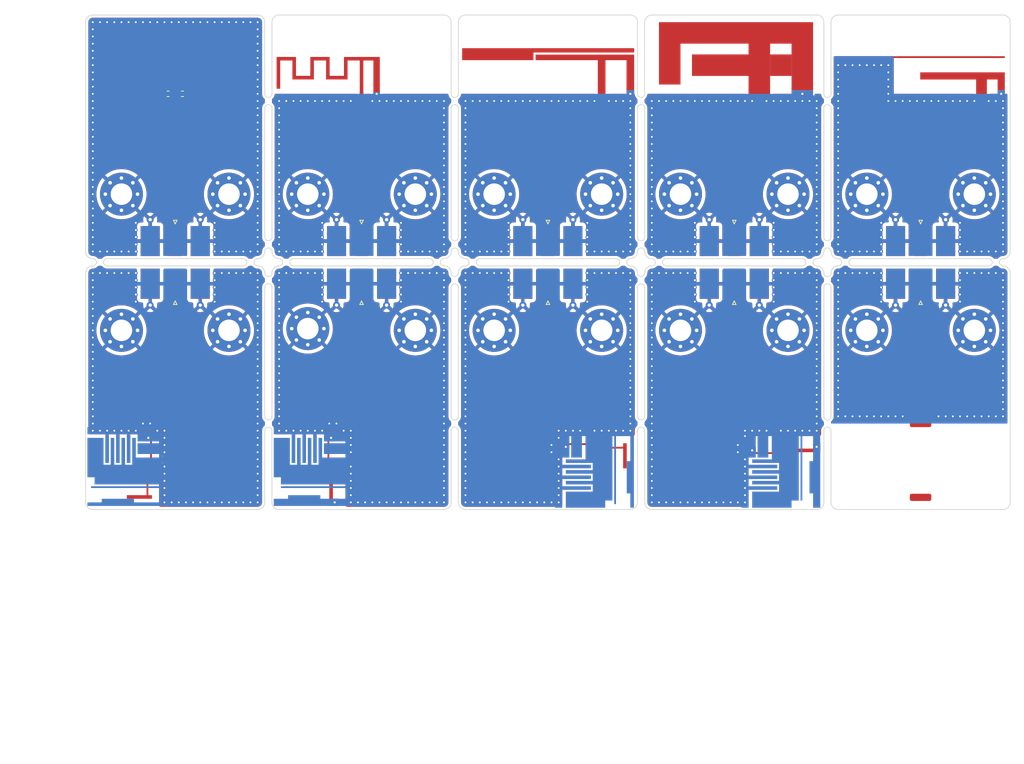
<source format=kicad_pcb>
(kicad_pcb (version 20221018) (generator pcbnew)
  (layers (0 "F.Cu" signal) (1 "In1.Cu" signal) (2 "In2.Cu" signal) (31 "B.Cu" signal) (34 "B.Paste" user) (35 "F.Paste" user) (36 "B.SilkS" user "B.Silkscreen") (37 "F.SilkS" user "F.Silkscreen") (38 "B.Mask" user) (39 "F.Mask" user) (44 "Edge.Cuts" user))
  (property "author" "Author Name")
  (property "company" "Company Name")
  (property "pid" "project id")
  (property "revision" "0.1.0")
  (property "title" "Project Name")
  (net 0 "")
  (net 1 "Net-(J2-In)")
  (net 2 "GND")
  (net 3 "Net-(J1-In)")
  (net 4 "Net-(J3-In)")
  (net 5 "Net-(J4-In)")
  (net 6 "Net-(J5-In)")
  (net 7 "Net-(J6-In)")
  (net 8 "Net-(J7-In)")
  (net 9 "Net-(J8-In)")
  (net 10 "Net-(J9-In)")
  (net 11 "Net-(AE10-FEED)")
  (footprint "MountingHole:MountingHole_3mm_Pad_Via" (layer "F.Cu") (at 139 64)
    (fp_text reference "H9" hide)
    (fp_text value "MountingHole_Pad")
  )
  (footprint "MountingHole:MountingHole_3mm_Pad_Via" (layer "F.Cu") (at 35 83)
    (fp_text reference "H11" hide)
    (fp_text value "MountingHole_Pad")
  )
  (footprint "MountingHole:MountingHole_3mm_Pad_Via" (layer "F.Cu") (at 139 83)
    (fp_text reference "H19" hide)
    (fp_text value "MountingHole_Pad")
  )
  (footprint "MountingHole:MountingHole_3mm_Pad_Via" (layer "F.Cu") (at 154 64)
    (fp_text reference "H10" hide)
    (fp_text value "MountingHole_Pad")
  )
  (footprint "Connector_Coaxial:SMA_Molex_73251-2120_EdgeMount_Horizontal" (layer "F.Cu") (at 146.5 76.5 90)
    (fp_text reference "J10" hide)
    (fp_text value "Conn_Coaxial")
  )
  (footprint "MountingHole:MountingHole_3mm_Pad_Via" (layer "F.Cu") (at 61 64)
    (fp_text reference "H3" hide)
    (fp_text value "MountingHole_Pad")
  )
  (footprint "RF_Antenna-project:LHDH_2.4GHz_5GHz_Left" (layer "F.Cu") (at 155 50)
    (fp_text reference "AE4" hide)
    (fp_text value "LHDH_2.4GHz_5GHz_Left")
  )
  (footprint "Connector_Coaxial:SMA_Molex_73251-2120_EdgeMount_Horizontal" (layer "F.Cu") (at 120.5 70.54 -90)
    (fp_text reference "J4" hide)
    (fp_text value "Conn_Coaxial")
  )
  (footprint "Connector_Coaxial:SMA_Molex_73251-2120_EdgeMount_Horizontal" (layer "F.Cu") (at 94.5 76.5 90)
    (fp_text reference "J7" hide)
    (fp_text value "Conn_Coaxial")
  )
  (footprint "Resistor_SMD:R_0402_1005Metric" (layer "F.Cu") (at 41.51 50 180)
    (fp_text reference "R1" hide)
    (fp_text value "100")
  )
  (footprint "MountingHole:MountingHole_3mm_Pad_Via" (layer "F.Cu") (at 102 64)
    (fp_text reference "H6" hide)
    (fp_text value "MountingHole_Pad")
  )
  (footprint "RF_Antenna-project:HCL_2.4GHz_5GHz_coupling_Left" (layer "F.Cu") (at 30.25 107.5)
    (fp_text reference "AE8" hide)
    (fp_text value "HCL_2.4GHz_5GHz_coupling_Left")
  )
  (footprint "MountingHole:MountingHole_3mm_Pad_Via" (layer "F.Cu") (at 154 83)
    (fp_text reference "H20" hide)
    (fp_text value "MountingHole_Pad")
  )
  (footprint "RF_Antenna:Texas_SWRA117D_2.4GHz_Left" (layer "F.Cu") (at 68.5 50)
    (fp_text reference "AE2" hide)
    (fp_text value "Texas_SWRA117D_2.4GHz_Left")
  )
  (footprint "MountingHole:MountingHole_3mm_Pad_Via" (layer "F.Cu") (at 128 64)
    (fp_text reference "H8" hide)
    (fp_text value "MountingHole_Pad")
  )
  (footprint "MountingHole:MountingHole_3mm_Pad_Via" (layer "F.Cu") (at 87 83)
    (fp_text reference "H15" hide)
    (fp_text value "MountingHole_Pad")
  )
  (footprint "MountingHole:MountingHole_3mm_Pad_Via" (layer "F.Cu") (at 50 83)
    (fp_text reference "H12" hide)
    (fp_text value "MountingHole_Pad")
  )
  (footprint "MountingHole:MountingHole_3mm_Pad_Via" (layer "F.Cu") (at 102 83)
    (fp_text reference "H16" hide)
    (fp_text value "MountingHole_Pad")
  )
  (footprint "RF_Antenna-project:HCL_2.4GHz_5GHz_Left" (layer "F.Cu") (at 56.25 107.5)
    (fp_text reference "AE7" hide)
    (fp_text value "HCL_2.4GHz_5GHz_Left")
  )
  (footprint "MountingHole:MountingHole_3mm_Pad_Via" (layer "F.Cu") (at 61 82.75901)
    (fp_text reference "H13" hide)
    (fp_text value "MountingHole_Pad")
  )
  (footprint "Connector_Coaxial:SMA_Molex_73251-2120_EdgeMount_Horizontal" (layer "F.Cu") (at 42.5 70.54 -90)
    (fp_text reference "J1" hide)
    (fp_text value "Conn_Coaxial")
  )
  (footprint "RF_Antenna-project:HCL_2.4GHz_5GHz_coupling_Left" (layer "F.Cu") (at 106.5 107.75 90)
    (fp_text reference "AE6" hide)
    (fp_text value "HCL_2.4GHz_5GHz_coupling_Left")
  )
  (footprint "Connector_Coaxial:SMA_Molex_73251-2120_EdgeMount_Horizontal" (layer "F.Cu") (at 68.5 76.5 90)
    (fp_text reference "J8" hide)
    (fp_text value "Conn_Coaxial")
  )
  (footprint "Connector_Coaxial:SMA_Molex_73251-2120_EdgeMount_Horizontal" (layer "F.Cu") (at 42.5 76.5 90)
    (fp_text reference "J9" hide)
    (fp_text value "Conn_Coaxial")
  )
  (footprint "Connector_Coaxial:SMA_Molex_73251-2120_EdgeMount_Horizontal" (layer "F.Cu") (at 120.5 76.5 90)
    (fp_text reference "J6" hide)
    (fp_text value "Conn_Coaxial")
  )
  (footprint "RF_Antenna-project:HCL_2.4GHz_5GHz_Left" (layer "F.Cu") (at 132.5 107.75 90)
    (fp_text reference "AE5" hide)
    (fp_text value "HCL_2.4GHz_5GHz_Left")
  )
  (footprint "Connector_Coaxial:SMA_Molex_73251-2120_EdgeMount_Horizontal" (layer "F.Cu") (at 94.5 70.54 -90)
    (fp_text reference "J2" hide)
    (fp_text value "Conn_Coaxial")
  )
  (footprint "MountingHole:MountingHole_3mm_Pad_Via" (layer "F.Cu") (at 35 64)
    (fp_text reference "H1" hide)
    (fp_text value "MountingHole_Pad")
  )
  (footprint "MountingHole:MountingHole_3mm_Pad_Via" (layer "F.Cu") (at 128 83)
    (fp_text reference "H18" hide)
    (fp_text value "MountingHole_Pad")
  )
  (footprint "MountingHole:MountingHole_3mm_Pad_Via" (layer "F.Cu") (at 76 83)
    (fp_text reference "H14" hide)
    (fp_text value "MountingHole_Pad")
  )
  (footprint "Connector_Coaxial:SMA_Molex_73251-2120_EdgeMount_Horizontal" (layer "F.Cu") (at 68.5 70.54 -90)
    (fp_text reference "J3" hide)
    (fp_text value "Conn_Coaxial")
  )
  (footprint "MountingHole:MountingHole_3mm_Pad_Via" (layer "F.Cu") (at 113 83)
    (fp_text reference "H17" hide)
    (fp_text value "MountingHole_Pad")
  )
  (footprint "MountingHole:MountingHole_3mm_Pad_Via" (layer "F.Cu") (at 76 64)
    (fp_text reference "H4" hide)
    (fp_text value "MountingHole_Pad")
  )
  (footprint "RF_Antenna-project:AKK_2.4GHz_5GHz_Left" (layer "F.Cu") (at 102 50)
    (fp_text reference "AE1" hide)
    (fp_text value "AKK_2.4GHz_5GHz_Left")
  )
  (footprint "MountingHole:MountingHole_3mm_Pad_Via" (layer "F.Cu") (at 50 64)
    (fp_text reference "H2" hide)
    (fp_text value "MountingHole_Pad")
  )
  (footprint "RF_Antenna-project:WYSK_2.4GHz_5GHz_Left" (layer "F.Cu") (at 124 50)
    (fp_text reference "AE3" hide)
    (fp_text value "WYSK_2.4GHz_5GHz_Left")
  )
  (footprint "RF_Antenna-project:RainSun_AN1003_2.4GHz_5GHz" (layer "F.Cu") (at 146.5 96 180)
    (fp_text reference "AE10" hide)
    (fp_text value "RainSun_AN1003_2.4GHz_5GHz")
  )
  (footprint "Connector_Coaxial:SMA_Molex_73251-2120_EdgeMount_Horizontal" (layer "F.Cu") (at 146.5 70.54 -90)
    (fp_text reference "J5" hide)
    (fp_text value "Conn_Coaxial")
  )
  (footprint "MountingHole:MountingHole_3mm_Pad_Via" (layer "F.Cu") (at 113 64)
    (fp_text reference "H7" hide)
    (fp_text value "MountingHole_Pad")
  )
  (footprint "MountingHole:MountingHole_3mm_Pad_Via" (layer "F.Cu") (at 87 64)
    (fp_text reference "H5" hide)
    (fp_text value "MountingHole_Pad")
  )
  (footprint "Resistor_SMD:R_0402_1005Metric" (layer "F.Cu") (at 43.51 50)
    (fp_text reference "R2" hide)
    (fp_text value "100")
  )
  (gr_line (start 56 40) (end 56 50) (stroke (width 0.1)) (layer "Edge.Cuts"))
  (gr_arc (start 158 74) (mid 157.5 73.5) (end 158 73) (stroke (width 0.1)) (layer "Edge.Cuts"))
  (gr_arc (start 82 50) (mid 81.5 50.5) (end 81 50) (stroke (width 0.1)) (layer "Edge.Cuts"))
  (gr_arc (start 31 108) (mid 30.292893 107.707107) (end 30 107) (stroke (width 0.1)) (layer "Edge.Cuts"))
  (gr_arc (start 56 70) (mid 55.5 70.5) (end 55 70) (stroke (width 0.1)) (layer "Edge.Cuts"))
  (gr_arc (start 135 73) (mid 134.292893 72.707107) (end 134 72) (stroke (width 0.1)) (layer "Edge.Cuts"))
  (gr_arc (start 134 75) (mid 133.5 75.5) (end 133 75) (stroke (width 0.1)) (layer "Edge.Cuts"))
  (gr_arc (start 82 75) (mid 81.5 75.5) (end 81 75) (stroke (width 0.1)) (layer "Edge.Cuts"))
  (gr_arc (start 107 77) (mid 107.5 76.5) (end 108 77) (stroke (width 0.1)) (layer "Edge.Cuts"))
  (gr_line (start 156 73) (end 137 73) (stroke (width 0.1)) (layer "Edge.Cuts"))
  (gr_arc (start 81 107) (mid 80.707107 107.707107) (end 80 108) (stroke (width 0.1)) (layer "Edge.Cuts"))
  (gr_arc (start 108 95) (mid 107.5 95.5) (end 107 95) (stroke (width 0.1)) (layer "Edge.Cuts"))
  (gr_line (start 107 95) (end 107 77) (stroke (width 0.1)) (layer "Edge.Cuts"))
  (gr_line (start 107 107) (end 107 97) (stroke (width 0.1)) (layer "Edge.Cuts"))
  (gr_arc (start 82 40) (mid 82.292893 39.292893) (end 83 39) (stroke (width 0.1)) (layer "Edge.Cuts"))
  (gr_arc (start 31 73) (mid 31.5 73.5) (end 31 74) (stroke (width 0.1)) (layer "Edge.Cuts"))
  (gr_line (start 107 70) (end 107 52) (stroke (width 0.1)) (layer "Edge.Cuts"))
  (gr_line (start 56 52) (end 56 70) (stroke (width 0.1)) (layer "Edge.Cuts"))
  (gr_line (start 30 40) (end 30 72) (stroke (width 0.1)) (layer "Edge.Cuts"))
  (gr_line (start 81 95) (end 81 77) (stroke (width 0.1)) (layer "Edge.Cuts"))
  (gr_line (start 80 39) (end 57 39) (stroke (width 0.1)) (layer "Edge.Cuts"))
  (gr_line (start 59 74) (end 78 74) (stroke (width 0.1)) (layer "Edge.Cuts"))
  (gr_arc (start 132 74) (mid 131.5 73.5) (end 132 73) (stroke (width 0.1)) (layer "Edge.Cuts"))
  (gr_line (start 159 107) (end 159 75) (stroke (width 0.1)) (layer "Edge.Cuts"))
  (gr_arc (start 133 107) (mid 132.707107 107.707107) (end 132 108) (stroke (width 0.1)) (layer "Edge.Cuts"))
  (gr_line (start 81 107) (end 81 97) (stroke (width 0.1)) (layer "Edge.Cuts"))
  (gr_arc (start 55 107) (mid 54.707107 107.707107) (end 54 108) (stroke (width 0.1)) (layer "Edge.Cuts"))
  (gr_line (start 31 108) (end 54 108) (stroke (width 0.1)) (layer "Edge.Cuts"))
  (gr_arc (start 81 52) (mid 81.5 51.5) (end 82 52) (stroke (width 0.1)) (layer "Edge.Cuts"))
  (gr_line (start 55 95) (end 55 77) (stroke (width 0.1)) (layer "Edge.Cuts"))
  (gr_line (start 82 97) (end 82 107) (stroke (width 0.1)) (layer "Edge.Cuts"))
  (gr_arc (start 55 77) (mid 55.5 76.5) (end 56 77) (stroke (width 0.1)) (layer "Edge.Cuts"))
  (gr_arc (start 106 74) (mid 106.707107 74.292893) (end 107 75) (stroke (width 0.1)) (layer "Edge.Cuts"))
  (gr_arc (start 133 72) (mid 132.707107 72.707107) (end 132 73) (stroke (width 0.1)) (layer "Edge.Cuts"))
  (gr_arc (start 158 39) (mid 158.707107 39.292893) (end 159 40) (stroke (width 0.1)) (layer "Edge.Cuts"))
  (gr_arc (start 134 70) (mid 133.5 70.5) (end 133 70) (stroke (width 0.1)) (layer "Edge.Cuts"))
  (gr_arc (start 82 95) (mid 81.5 95.5) (end 81 95) (stroke (width 0.1)) (layer "Edge.Cuts"))
  (gr_line (start 107 50) (end 107 40) (stroke (width 0.1)) (layer "Edge.Cuts"))
  (gr_arc (start 80 74) (mid 80.707107 74.292893) (end 81 75) (stroke (width 0.1)) (layer "Edge.Cuts"))
  (gr_arc (start 30 75) (mid 30.292893 74.292893) (end 31 74) (stroke (width 0.1)) (layer "Edge.Cuts"))
  (gr_arc (start 156 73) (mid 156.5 73.5) (end 156 74) (stroke (width 0.1)) (layer "Edge.Cuts"))
  (gr_line (start 55 107) (end 55 97) (stroke (width 0.1)) (layer "Edge.Cuts"))
  (gr_line (start 83 108) (end 106 108) (stroke (width 0.1)) (layer "Edge.Cuts"))
  (gr_arc (start 56 75) (mid 55.5 75.5) (end 55 75) (stroke (width 0.1)) (layer "Edge.Cuts"))
  (gr_arc (start 56 50) (mid 55.5 50.5) (end 55 50) (stroke (width 0.1)) (layer "Edge.Cuts"))
  (gr_arc (start 107 72) (mid 106.707107 72.707107) (end 106 73) (stroke (width 0.1)) (layer "Edge.Cuts"))
  (gr_line (start 81 70) (end 81 52) (stroke (width 0.1)) (layer "Edge.Cuts"))
  (gr_line (start 56 77) (end 56 95) (stroke (width 0.1)) (layer "Edge.Cuts"))
  (gr_arc (start 55 72) (mid 54.707107 72.707107) (end 54 73) (stroke (width 0.1)) (layer "Edge.Cuts"))
  (gr_arc (start 81 72) (mid 80.707107 72.707107) (end 80 73) (stroke (width 0.1)) (layer "Edge.Cuts"))
  (gr_arc (start 82 75) (mid 82.292893 74.292893) (end 83 74) (stroke (width 0.1)) (layer "Edge.Cuts"))
  (gr_arc (start 57 108) (mid 56.292893 107.707107) (end 56 107) (stroke (width 0.1)) (layer "Edge.Cuts"))
  (gr_arc (start 132 74) (mid 132.707107 74.292893) (end 133 75) (stroke (width 0.1)) (layer "Edge.Cuts"))
  (gr_arc (start 137 74) (mid 136.5 73.5) (end 137 73) (stroke (width 0.1)) (layer "Edge.Cuts"))
  (gr_line (start 109 108) (end 132 108) (stroke (width 0.1)) (layer "Edge.Cuts"))
  (gr_arc (start 57 73) (mid 56.292893 72.707107) (end 56 72) (stroke (width 0.1)) (layer "Edge.Cuts"))
  (gr_arc (start 108 70) (mid 107.5 70.5) (end 107 70) (stroke (width 0.1)) (layer "Edge.Cuts"))
  (gr_line (start 82 77) (end 82 95) (stroke (width 0.1)) (layer "Edge.Cuts"))
  (gr_line (start 81 50) (end 81 40) (stroke (width 0.1)) (layer "Edge.Cuts"))
  (gr_line (start 106 39) (end 83 39) (stroke (width 0.1)) (layer "Edge.Cuts"))
  (gr_line (start 108 52) (end 108 70) (stroke (width 0.1)) (layer "Edge.Cuts"))
  (gr_arc (start 111 74) (mid 110.5 73.5) (end 111 73) (stroke (width 0.1)) (layer "Edge.Cuts"))
  (gr_line (start 55 50) (end 55 40) (stroke (width 0.1)) (layer "Edge.Cuts"))
  (gr_arc (start 52 73) (mid 52.5 73.5) (end 52 74) (stroke (width 0.1)) (layer "Edge.Cuts"))
  (gr_line (start 104 73) (end 85 73) (stroke (width 0.1)) (layer "Edge.Cuts"))
  (gr_line (start 108 40) (end 108 50) (stroke (width 0.1)) (layer "Edge.Cuts"))
  (gr_arc (start 55 97) (mid 55.5 96.5) (end 56 97) (stroke (width 0.1)) (layer "Edge.Cuts"))
  (gr_arc (start 80 74) (mid 79.5 73.5) (end 80 73) (stroke (width 0.1)) (layer "Edge.Cuts"))
  (gr_line (start 134 97) (end 134 107) (stroke (width 0.1)) (layer "Edge.Cuts"))
  (gr_arc (start 133 77) (mid 133.5 76.5) (end 134 77) (stroke (width 0.1)) (layer "Edge.Cuts"))
  (gr_arc (start 159 72) (mid 158.707107 72.707107) (end 158 73) (stroke (width 0.1)) (layer "Edge.Cuts"))
  (gr_arc (start 135 108) (mid 134.292893 107.707107) (end 134 107) (stroke (width 0.1)) (layer "Edge.Cuts"))
  (gr_arc (start 158 74) (mid 158.707107 74.292893) (end 159 75) (stroke (width 0.1)) (layer "Edge.Cuts"))
  (gr_arc (start 133 72) (mid 133.5 71.5) (end 134 72) (stroke (width 0.1)) (layer "Edge.Cuts"))
  (gr_arc (start 80 39) (mid 80.707107 39.292893) (end 81 40) (stroke (width 0.1)) (layer "Edge.Cuts"))
  (gr_arc (start 109 73) (mid 109.5 73.5) (end 109 74) (stroke (width 0.1)) (layer "Edge.Cuts"))
  (gr_arc (start 30 40) (mid 30.292893 39.292893) (end 31 39) (stroke (width 0.1)) (layer "Edge.Cuts"))
  (gr_arc (start 78 73) (mid 78.5 73.5) (end 78 74) (stroke (width 0.1)) (layer "Edge.Cuts"))
  (gr_arc (start 107 107) (mid 106.707107 107.707107) (end 106 108) (stroke (width 0.1)) (layer "Edge.Cuts"))
  (gr_line (start 159 72) (end 159 40) (stroke (width 0.1)) (layer "Edge.Cuts"))
  (gr_line (start 52 73) (end 33 73) (stroke (width 0.1)) (layer "Edge.Cuts"))
  (gr_arc (start 55 52) (mid 55.5 51.5) (end 56 52) (stroke (width 0.1)) (layer "Edge.Cuts"))
  (gr_arc (start 85 74) (mid 84.5 73.5) (end 85 73) (stroke (width 0.1)) (layer "Edge.Cuts"))
  (gr_arc (start 54 39) (mid 54.707107 39.292893) (end 55 40) (stroke (width 0.1)) (layer "Edge.Cuts"))
  (gr_arc (start 107 97) (mid 107.5 96.5) (end 108 97) (stroke (width 0.1)) (layer "Edge.Cuts"))
  (gr_arc (start 31 73) (mid 30.292893 72.707107) (end 30 72) (stroke (width 0.1)) (layer "Edge.Cuts"))
  (gr_arc (start 134 40) (mid 134.292893 39.292893) (end 135 39) (stroke (width 0.1)) (layer "Edge.Cuts"))
  (gr_line (start 133 50) (end 133 40) (stroke (width 0.1)) (layer "Edge.Cuts"))
  (gr_line (start 134 40) (end 134 50) (stroke (width 0.1)) (layer "Edge.Cuts"))
  (gr_arc (start 109 108) (mid 108.292893 107.707107) (end 108 107) (stroke (width 0.1)) (layer "Edge.Cuts"))
  (gr_line (start 135 108) (end 158 108) (stroke (width 0.1)) (layer "Edge.Cuts"))
  (gr_line (start 55 70) (end 55 52) (stroke (width 0.1)) (layer "Edge.Cuts"))
  (gr_arc (start 132 39) (mid 132.707107 39.292893) (end 133 40) (stroke (width 0.1)) (layer "Edge.Cuts"))
  (gr_arc (start 133 97) (mid 133.5 96.5) (end 134 97) (stroke (width 0.1)) (layer "Edge.Cuts"))
  (gr_line (start 54 39) (end 31 39) (stroke (width 0.1)) (layer "Edge.Cuts"))
  (gr_arc (start 82 70) (mid 81.5 70.5) (end 81 70) (stroke (width 0.1)) (layer "Edge.Cuts"))
  (gr_arc (start 54 74) (mid 54.707107 74.292893) (end 55 75) (stroke (width 0.1)) (layer "Edge.Cuts"))
  (gr_arc (start 54 74) (mid 53.5 73.5) (end 54 73) (stroke (width 0.1)) (layer "Edge.Cuts"))
  (gr_line (start 137 74) (end 156 74) (stroke (width 0.1)) (layer "Edge.Cuts"))
  (gr_arc (start 83 73) (mid 83.5 73.5) (end 83 74) (stroke (width 0.1)) (layer "Edge.Cuts"))
  (gr_arc (start 56 95) (mid 55.5 95.5) (end 55 95) (stroke (width 0.1)) (layer "Edge.Cuts"))
  (gr_arc (start 133 52) (mid 133.5 51.5) (end 134 52) (stroke (width 0.1)) (layer "Edge.Cuts"))
  (gr_arc (start 159 107) (mid 158.707107 107.707107) (end 158 108) (stroke (width 0.1)) (layer "Edge.Cuts"))
  (gr_line (start 133 70) (end 133 52) (stroke (width 0.1)) (layer "Edge.Cuts"))
  (gr_arc (start 56 75) (mid 56.292893 74.292893) (end 57 74) (stroke (width 0.1)) (layer "Edge.Cuts"))
  (gr_arc (start 134 95) (mid 133.5 95.5) (end 133 95) (stroke (width 0.1)) (layer "Edge.Cuts"))
  (gr_line (start 158 39) (end 135 39) (stroke (width 0.1)) (layer "Edge.Cuts"))
  (gr_line (start 85 74) (end 104 74) (stroke (width 0.1)) (layer "Edge.Cuts"))
  (gr_arc (start 55 72) (mid 55.5 71.5) (end 56 72) (stroke (width 0.1)) (layer "Edge.Cuts"))
  (gr_arc (start 57 73) (mid 57.5 73.5) (end 57 74) (stroke (width 0.1)) (layer "Edge.Cuts"))
  (gr_arc (start 134 75) (mid 134.292893 74.292893) (end 135 74) (stroke (width 0.1)) (layer "Edge.Cuts"))
  (gr_arc (start 130 73) (mid 130.5 73.5) (end 130 74) (stroke (width 0.1)) (layer "Edge.Cuts"))
  (gr_line (start 78 73) (end 59 73) (stroke (width 0.1)) (layer "Edge.Cuts"))
  (gr_arc (start 108 50) (mid 107.5 50.5) (end 107 50) (stroke (width 0.1)) (layer "Edge.Cuts"))
  (gr_line (start 82 40) (end 82 50) (stroke (width 0.1)) (layer "Edge.Cuts"))
  (gr_line (start 111 74) (end 130 74) (stroke (width 0.1)) (layer "Edge.Cuts"))
  (gr_arc (start 56 40) (mid 56.292893 39.292893) (end 57 39) (stroke (width 0.1)) (layer "Edge.Cuts"))
  (gr_arc (start 108 75) (mid 108.292893 74.292893) (end 109 74) (stroke (width 0.1)) (layer "Edge.Cuts"))
  (gr_arc (start 106 74) (mid 105.5 73.5) (end 106 73) (stroke (width 0.1)) (layer "Edge.Cuts"))
  (gr_arc (start 108 75) (mid 107.5 75.5) (end 107 75) (stroke (width 0.1)) (layer "Edge.Cuts"))
  (gr_line (start 133 107) (end 133 97) (stroke (width 0.1)) (layer "Edge.Cuts"))
  (gr_arc (start 134 50) (mid 133.5 50.5) (end 133 50) (stroke (width 0.1)) (layer "Edge.Cuts"))
  (gr_arc (start 33 74) (mid 32.5 73.5) (end 33 73) (stroke (width 0.1)) (layer "Edge.Cuts"))
  (gr_line (start 57 108) (end 80 108) (stroke (width 0.1)) (layer "Edge.Cuts"))
  (gr_line (start 108 97) (end 108 107) (stroke (width 0.1)) (layer "Edge.Cuts"))
  (gr_arc (start 106 39) (mid 106.707107 39.292893) (end 107 40) (stroke (width 0.1)) (layer "Edge.Cuts"))
  (gr_line (start 134 52) (end 134 70) (stroke (width 0.1)) (layer "Edge.Cuts"))
  (gr_arc (start 109 73) (mid 108.292893 72.707107) (end 108 72) (stroke (width 0.1)) (layer "Edge.Cuts"))
  (gr_arc (start 107 72) (mid 107.5 71.5) (end 108 72) (stroke (width 0.1)) (layer "Edge.Cuts"))
  (gr_arc (start 59 74) (mid 58.5 73.5) (end 59 73) (stroke (width 0.1)) (layer "Edge.Cuts"))
  (gr_arc (start 104 73) (mid 104.5 73.5) (end 104 74) (stroke (width 0.1)) (layer "Edge.Cuts"))
  (gr_line (start 33 74) (end 52 74) (stroke (width 0.1)) (layer "Edge.Cuts"))
  (gr_line (start 132 39) (end 109 39) (stroke (width 0.1)) (layer "Edge.Cuts"))
  (gr_line (start 56 97) (end 56 107) (stroke (width 0.1)) (layer "Edge.Cuts"))
  (gr_arc (start 81 77) (mid 81.5 76.5) (end 82 77) (stroke (width 0.1)) (layer "Edge.Cuts"))
  (gr_line (start 108 77) (end 108 95) (stroke (width 0.1)) (layer "Edge.Cuts"))
  (gr_line (start 82 52) (end 82 70) (stroke (width 0.1)) (layer "Edge.Cuts"))
  (gr_arc (start 108 40) (mid 108.292893 39.292893) (end 109 39) (stroke (width 0.1)) (layer "Edge.Cuts"))
  (gr_arc (start 135 73) (mid 135.5 73.5) (end 135 74) (stroke (width 0.1)) (layer "Edge.Cuts"))
  (gr_line (start 130 73) (end 111 73) (stroke (width 0.1)) (layer "Edge.Cuts"))
  (gr_arc (start 83 108) (mid 82.292893 107.707107) (end 82 107) (stroke (width 0.1)) (layer "Edge.Cuts"))
  (gr_arc (start 83 73) (mid 82.292893 72.707107) (end 82 72) (stroke (width 0.1)) (layer "Edge.Cuts"))
  (gr_line (start 133 95) (end 133 77) (stroke (width 0.1)) (layer "Edge.Cuts"))
  (gr_line (start 134 77) (end 134 95) (stroke (width 0.1)) (layer "Edge.Cuts"))
  (gr_arc (start 107 52) (mid 107.5 51.5) (end 108 52) (stroke (width 0.1)) (layer "Edge.Cuts"))
  (gr_arc (start 81 97) (mid 81.5 96.5) (end 82 97) (stroke (width 0.1)) (layer "Edge.Cuts"))
  (gr_line (start 30 75) (end 30 107) (stroke (width 0.1)) (layer "Edge.Cuts"))
  (gr_arc (start 81 72) (mid 81.5 71.5) (end 82 72) (stroke (width 0.1)) (layer "Edge.Cuts"))
  (segment (start 94.5 59.5) (end 102 52) (width 0.38795) (layer "F.Cu") (net 1))
  (segment (start 102 52) (end 102 50) (width 0.38795) (layer "F.Cu") (net 1))
  (segment (start 94.5 70.54) (end 94.5 59.5) (width 0.38795) (layer "F.Cu") (net 1))
  (via (at 112 72) (size 0.508) (drill 0.254) (layers "F.Cu" "B.Cu") (net 2))
  (via (at 31 43) (size 0.508) (drill 0.254) (layers "F.Cu" "B.Cu") (net 2))
  (via (at 158 67) (size 0.508) (drill 0.254) (layers "F.Cu" "B.Cu") (net 2))
  (via (at 115 77) (size 0.508) (drill 0.254) (layers "F.Cu" "B.Cu") (net 2))
  (via (at 132 78) (size 0.508) (drill 0.254) (layers "F.Cu" "B.Cu") (net 2))
  (via (at 67 97) (size 0.508) (drill 0.254) (layers "F.Cu" "B.Cu") (net 2))
  (via (at 158 62) (size 0.508) (drill 0.254) (layers "F.Cu" "B.Cu") (net 2))
  (via (at 54 106) (size 0.508) (drill 0.254) (layers "F.Cu" "B.Cu") (net 2))
  (via (at 74 71) (size 0.508) (drill 0.254) (layers "F.Cu" "B.Cu") (net 2))
  (via (at 67 51) (size 0.508) (drill 0.254) (layers "F.Cu" "B.Cu") (net 2))
  (via (at 122 102) (size 0.508) (drill 0.254) (layers "F.Cu" "B.Cu") (net 2))
  (via (at 140 95) (size 0.508) (drill 0.254) (layers "F.Cu" "B.Cu") (net 2))
  (via (at 135 49) (size 0.508) (drill 0.254) (layers "F.Cu" "B.Cu") (net 2))
  (via (at 158 61) (size 0.508) (drill 0.254) (layers "F.Cu" "B.Cu") (net 2))
  (via (at 57 84) (size 0.508) (drill 0.254) (layers "F.Cu" "B.Cu") (net 2))
  (via (at 31 54) (size 0.508) (drill 0.254) (layers "F.Cu" "B.Cu") (net 2))
  (via (at 31 94) (size 0.508) (drill 0.254) (layers "F.Cu" "B.Cu") (net 2))
  (via (at 109 72) (size 0.508) (drill 0.254) (layers "F.Cu" "B.Cu") (net 2))
  (via (at 31 58) (size 0.508) (drill 0.254) (layers "F.Cu" "B.Cu") (net 2))
  (via (at 80 62) (size 0.508) (drill 0.254) (layers "F.Cu" "B.Cu") (net 2))
  (via (at 158 79) (size 0.508) (drill 0.254) (layers "F.Cu" "B.Cu") (net 2))
  (via (at 158 75) (size 0.508) (drill 0.254) (layers "F.Cu" "B.Cu") (net 2))
  (via (at 158 56) (size 0.508) (drill 0.254) (layers "F.Cu" "B.Cu") (net 2))
  (via (at 123 97) (size 0.508) (drill 0.254) (layers "F.Cu" "B.Cu") (net 2))
  (via (at 83 56) (size 0.508) (drill 0.254) (layers "F.Cu" "B.Cu") (net 2))
  (via (at 141 95) (size 0.508) (drill 0.254) (layers "F.Cu" "B.Cu") (net 2))
  (via (at 153 95) (size 0.508) (drill 0.254) (layers "F.Cu" "B.Cu") (net 2))
  (via (at 48 70) (size 0.508) (drill 0.254) (layers "F.Cu" "B.Cu") (net 2))
  (via (at 31 87) (size 0.508) (drill 0.254) (layers "F.Cu" "B.Cu") (net 2))
  (via (at 80 81) (size 0.508) (drill 0.254) (layers "F.Cu" "B.Cu") (net 2))
  (via (at 31 47) (size 0.508) (drill 0.254) (layers "F.Cu" "B.Cu") (net 2))
  (via (at 77 51) (size 0.508) (drill 0.254) (layers "F.Cu" "B.Cu") (net 2))
  (via (at 83 101) (size 0.508) (drill 0.254) (layers "F.Cu" "B.Cu") (net 2))
  (via (at 80 70) (size 0.508) (drill 0.254) (layers "F.Cu" "B.Cu") (net 2))
  (via (at 135 83) (size 0.508) (drill 0.254) (layers "F.Cu" "B.Cu") (net 2))
  (via (at 52 107) (size 0.508) (drill 0.254) (layers "F.Cu" "B.Cu") (net 2))
  (via (at 106 78) (size 0.508) (drill 0.254) (layers "F.Cu" "B.Cu") (net 2))
  (via (at 89 68) (size 0.508) (drill 0.254) (layers "F.Cu" "B.Cu") (net 2))
  (via (at 83 98) (size 0.508) (drill 0.254) (layers "F.Cu" "B.Cu") (net 2))
  (via (at 33 40) (size 0.508) (drill 0.254) (layers "F.Cu" "B.Cu") (net 2))
  (via (at 155 75) (size 0.508) (drill 0.254) (layers "F.Cu" "B.Cu") (net 2))
  (via (at 57 83) (size 0.508) (drill 0.254) (layers "F.Cu" "B.Cu") (net 2))
  (via (at 158 65) (size 0.508) (drill 0.254) (layers "F.Cu" "B.Cu") (net 2))
  (via (at 110 107) (size 0.508) (drill 0.254) (layers "F.Cu" "B.Cu") (net 2))
  (via (at 37 97) (size 0.508) (drill 0.254) (layers "F.Cu" "B.Cu") (net 2))
  (via (at 135 64) (size 0.508) (drill 0.254) (layers "F.Cu" "B.Cu") (net 2))
  (via (at 89 78) (size 0.508) (drill 0.254) (layers "F.Cu" "B.Cu") (net 2))
  (via (at 57 89) (size 0.508) (drill 0.254) (layers "F.Cu" "B.Cu") (net 2))
  (via (at 106 72) (size 0.508) (drill 0.254) (layers "F.Cu" "B.Cu") (net 2))
  (via (at 41 106) (size 0.508) (drill 0.254) (layers "F.Cu" "B.Cu") (net 2))
  (via (at 57 79) (size 0.508) (drill 0.254) (layers "F.Cu" "B.Cu") (net 2))
  (via (at 45 107) (size 0.508) (drill 0.254) (layers "F.Cu" "B.Cu") (net 2))
  (via (at 109 87) (size 0.508) (drill 0.254) (layers "F.Cu" "B.Cu") (net 2))
  (via (at 112 107) (size 0.508) (drill 0.254) (layers "F.Cu" "B.Cu") (net 2))
  (via (at 109 63) (size 0.508) (drill 0.254) (layers "F.Cu" "B.Cu") (net 2))
  (via (at 80 98) (size 0.508) (drill 0.254) (layers "F.Cu" "B.Cu") (net 2))
  (via (at 83 64) (size 0.508) (drill 0.254) (layers "F.Cu" "B.Cu") (net 2))
  (via (at 87 51) (size 0.508) (drill 0.254) (layers "F.Cu" "B.Cu") (net 2))
  (via (at 54 100) (size 0.508) (drill 0.254) (layers "F.Cu" "B.Cu") (net 2))
  (via (at 144 95) (size 0.508) (drill 0.254) (layers "F.Cu" "B.Cu") (net 2))
  (via (at 106 91) (size 0.508) (drill 0.254) (layers "F.Cu" "B.Cu") (net 2))
  (via (at 54 48) (size 0.508) (drill 0.254) (layers "F.Cu" "B.Cu") (net 2))
  (via (at 132 90) (size 0.508) (drill 0.254) (layers "F.Cu" "B.Cu") (net 2))
  (via (at 57 67) (size 0.508) (drill 0.254) (layers "F.Cu" "B.Cu") (net 2))
  (via (at 83 88) (size 0.508) (drill 0.254) (layers "F.Cu" "B.Cu") (net 2))
  (via (at 54 91) (size 0.508) (drill 0.254) (layers "F.Cu" "B.Cu") (net 2))
  (via (at 126 76) (size 0.508) (drill 0.254) (layers "F.Cu" "B.Cu") (net 2))
  (via (at 54 55) (size 0.508) (drill 0.254) (layers "F.Cu" "B.Cu") (net 2))
  (via (at 63 75) (size 0.508) (drill 0.254) (layers "F.Cu" "B.Cu") (net 2))
  (via (at 109 104) (size 0.508) (drill 0.254) (layers "F.Cu" "B.Cu") (net 2))
  (via (at 33 72) (size 0.508) (drill 0.254) (layers "F.Cu" "B.Cu") (net 2))
  (via (at 80 76) (size 0.508) (drill 0.254) (layers "F.Cu" "B.Cu") (net 2))
  (via (at 109 75) (size 0.508) (drill 0.254) (layers "F.Cu" "B.Cu") (net 2))
  (via (at 48 40) (size 0.508) (drill 0.254) (layers "F.Cu" "B.Cu") (net 2))
  (via (at 132 89) (size 0.508) (drill 0.254) (layers "F.Cu" "B.Cu") (net 2))
  (via (at 35 40) (size 0.508) (drill 0.254) (layers "F.Cu" "B.Cu") (net 2))
  (via (at 158 57) (size 0.508) (drill 0.254) (layers "F.Cu" "B.Cu") (net 2))
  (via (at 106 75) (size 0.508) (drill 0.254) (layers "F.Cu" "B.Cu") (net 2))
  (via (at 158 51) (size 0.508) (drill 0.254) (layers "F.Cu" "B.Cu") (net 2))
  (via (at 76 75) (size 0.508) (drill 0.254) (layers "F.Cu" "B.Cu") (net 2))
  (via (at 54 47) (size 0.508) (drill 0.254) (layers "F.Cu" "B.Cu") (net 2))
  (via (at 54 77) (size 0.508) (drill 0.254) (layers "F.Cu" "B.Cu") (net 2))
  (via (at 85 75) (size 0.508) (drill 0.254) (layers "F.Cu" "B.Cu") (net 2))
  (via (at 156 75) (size 0.508) (drill 0.254) (layers "F.Cu" "B.Cu") (net 2))
  (via (at 83 53) (size 0.508) (drill 0.254) (layers "F.Cu" "B.Cu") (net 2))
  (via (at 127 51) (size 0.508) (drill 0.254) (layers "F.Cu" "B.Cu") (net 2))
  (via (at 83 78) (size 0.508) (drill 0.254) (layers "F.Cu" "B.Cu") (net 2))
  (via (at 64 51) (size 0.508) (drill 0.254) (layers "F.Cu" "B.Cu") (net 2))
  (via (at 150 51) (size 0.508) (drill 0.254) (layers "F.Cu" "B.Cu") (net 2))
  (via (at 113 75) (size 0.508) (drill 0.254) (layers "F.Cu" "B.Cu") (net 2))
  (via (at 115 76) (size 0.508) (drill 0.254) (layers "F.Cu" "B.Cu") (net 2))
  (via (at 80 104) (size 0.508) (drill 0.254) (layers "F.Cu" "B.Cu") (net 2))
  (via (at 109 53) (size 0.508) (drill 0.254) (layers "F.Cu" "B.Cu") (net 2))
  (via (at 34 40) (size 0.508) (drill 0.254) (layers "F.Cu" "B.Cu") (net 2))
  (via (at 100 69) (size 0.508) (drill 0.254) (layers "F.Cu" "B.Cu") (net 2))
  (via (at 104 97) (size 0.508) (drill 0.254) (layers "F.Cu" "B.Cu") (net 2))
  (via (at 70 107) (size 0.508) (drill 0.254) (layers "F.Cu" "B.Cu") (net 2))
  (via (at 132 59) (size 0.508) (drill 0.254) (layers "F.Cu" "B.Cu") (net 2))
  (via (at 76 72) (size 0.508) (drill 0.254) (layers "F.Cu" "B.Cu") (net 2))
  (via (at 132 65) (size 0.508) (drill 0.254) (layers "F.Cu" "B.Cu") (net 2))
  (via (at 158 63) (size 0.508) (drill 0.254) (layers "F.Cu" "B.Cu") (net 2))
  (via (at 142 50) (size 0.508) (drill 0.254) (layers "F.Cu" "B.Cu") (net 2))
  (via (at 158 59) (size 0.508) (drill 0.254) (layers "F.Cu" "B.Cu") (net 2))
  (via (at 37 68) (size 0.508) (drill 0.254) (layers "F.Cu" "B.Cu") (net 2))
  (via (at 31 80) (size 0.508) (drill 0.254) (layers "F.Cu" "B.Cu") (net 2))
  (via (at 113 107) (size 0.508) (drill 0.254) (layers "F.Cu" "B.Cu") (net 2))
  (via (at 135 72) (size 0.508) (drill 0.254) (layers "F.Cu" "B.Cu") (net 2))
  (via (at 96 51) (size 0.508) (drill 0.254) (layers "F.Cu" "B.Cu") (net 2))
  (via (at 80 51) (size 0.508) (drill 0.254) (layers "F.Cu" "B.Cu") (net 2))
  (via (at 158 88) (size 0.508) (drill 0.254) (layers "F.Cu" "B.Cu") (net 2))
  (via (at 34 72) (size 0.508) (drill 0.254) (layers "F.Cu" "B.Cu") (net 2))
  (via (at 135 68) (size 0.508) (drill 0.254) (layers "F.Cu" "B.Cu") (net 2))
  (via (at 83 72) (size 0.508) (drill 0.254) (layers "F.Cu" "B.Cu") (net 2))
  (via (at 36 97) (size 0.508) (drill 0.254) (layers "F.Cu" "B.Cu") (net 2))
  (via (at 80 77) (size 0.508) (drill 0.254) (layers "F.Cu" "B.Cu") (net 2))
  (via (at 142 47) (size 0.508) (drill 0.254) (layers "F.Cu" "B.Cu") (net 2))
  (via (at 73 51) (size 0.508) (drill 0.254) (layers "F.Cu" "B.Cu") (net 2))
  (via (at 54 85) (size 0.508) (drill 0.254) (layers "F.Cu" "B.Cu") (net 2))
  (via (at 135 46) (size 0.508) (drill 0.254) (layers "F.Cu" "B.Cu") (net 2))
  (via (at 83 63) (size 0.508) (drill 0.254) (layers "F.Cu" "B.Cu") (net 2))
  (via (at 54 92) (size 0.508) (drill 0.254) (layers "F.Cu" "B.Cu") (net 2))
  (via (at 101 72) (size 0.508) (drill 0.254) (layers "F.Cu" "B.Cu") (net 2))
  (via (at 80 52) (size 0.508) (drill 0.254) (layers "F.Cu" "B.Cu") (net 2))
  (via (at 57 71) (size 0.508) (drill 0.254) (layers "F.Cu" "B.Cu") (net 2))
  (via (at 80 61) (size 0.508) (drill 0.254) (layers "F.Cu" "B.Cu") (net 2))
  (via (at 96 97) (size 0.508) (drill 0.254) (layers "F.Cu" "B.Cu") (net 2))
  (via (at 57 90) (size 0.508) (drill 0.254) (layers "F.Cu" "B.Cu") (net 2))
  (via (at 96 103) (size 0.508) (drill 0.254) (layers "F.Cu" "B.Cu") (net 2))
  (via (at 53 75) (size 0.508) (drill 0.254) (layers "F.Cu" "B.Cu") (net 2))
  (via (at 54 90) (size 0.508) (drill 0.254) (layers "F.Cu" "B.Cu") (net 2))
  (via (at 135 75) (size 0.508) (drill 0.254) (layers "F.Cu" "B.Cu") (net 2))
  (via (at 79 72) (size 0.508) (drill 0.254) (layers "F.Cu" "B.Cu") (net 2))
  (via (at 122 101) (size 0.508) (drill 0.254) (layers "F.Cu" "B.Cu") (net 2))
  (via (at 115 68) (size 0.508) (drill 0.254) (layers "F.Cu" "B.Cu") (net 2))
  (via (at 106 71) (size 0.508) (drill 0.254) (layers "F.Cu" "B.Cu") (net 2))
  (via (at 121 99) (size 0.508) (drill 0.254) (layers "F.Cu" "B.Cu") (net 2))
  (via (at 135 60) (size 0.508) (drill 0.254) (layers "F.Cu" "B.Cu") (net 2))
  (via (at 106 84) (size 0.508) (drill 0.254) (layers "F.Cu" "B.Cu") (net 2))
  (via (at 41 102) (size 0.508) (drill 0.254) (layers "F.Cu" "B.Cu") (net 2))
  (via (at 114 51) (size 0.508) (drill 0.254) (layers "F.Cu" "B.Cu") (net 2))
  (via (at 100 78) (size 0.508) (drill 0.254) (layers "F.Cu" "B.Cu") (net 2))
  (via (at 109 69) (size 0.508) (drill 0.254) (layers "F.Cu" "B.Cu") (net 2))
  (via (at 151 51) (size 0.508) (drill 0.254) (layers "F.Cu" "B.Cu") (net 2))
  (via (at 152 71) (size 0.508) (drill 0.254) (layers "F.Cu" "B.Cu") (net 2))
  (via (at 158 53) (size 0.508) (drill 0.254) (layers "F.Cu" "B.Cu") (net 2))
  (via (at 74 75) (size 0.508) (drill 0.254) (layers "F.Cu" "B.Cu") (net 2))
  (via (at 100 68) (size 0.508) (drill 0.254) (layers "F.Cu" "B.Cu") (net 2))
  (via (at 111 72) (size 0.508) (drill 0.254) (layers "F.Cu" "B.Cu") (net 2))
  (via (at 132 55) (size 0.508) (drill 0.254) (layers "F.Cu" "B.Cu") (net 2))
  (via (at 142 49) (size 0.508) (drill 0.254) (layers "F.Cu" "B.Cu") (net 2))
  (via (at 152 72) (size 0.508) (drill 0.254) (layers "F.Cu" "B.Cu") (net 2))
  (via (at 127 75) (size 0.508) (drill 0.254) (layers "F.Cu" "B.Cu") (net 2))
  (via (at 132 86) (size 0.508) (drill 0.254) (layers "F.Cu" "B.Cu") (net 2))
  (via (at 109 89) (size 0.508) (drill 0.254) (layers "F.Cu" "B.Cu") (net 2))
  (via (at 109 77) (size 0.508) (drill 0.254) (layers "F.Cu" "B.Cu") (net 2))
  (via (at 153 51) (size 0.508) (drill 0.254) (layers "F.Cu" "B.Cu") (net 2))
  (via (at 100 51) (size 0.508) (drill 0.254) (layers "F.Cu" "B.Cu") (net 2))
  (via (at 31 92) (size 0.508) (drill 0.254) (layers "F.Cu" "B.Cu") (net 2))
  (via (at 115 71) (size 0.508) (drill 0.254) (layers "F.Cu" "B.Cu") (net 2))
  (via (at 83 71) (size 0.508) (drill 0.254) (layers "F.Cu" "B.Cu") (net 2))
  (via (at 61 72) (size 0.508) (drill 0.254) (layers "F.Cu" "B.Cu") (net 2))
  (via (at 127 97) (size 0.508) (drill 0.254) (layers "F.Cu" "B.Cu") (net 2))
  (via (at 63 71) (size 0.508) (drill 0.254) (layers "F.Cu" "B.Cu") (net 2))
  (via (at 106 90) (size 0.508) (drill 0.254) (layers "F.Cu" "B.Cu") (net 2))
  (via (at 106 79) (size 0.508) (drill 0.254) (layers "F.Cu" "B.Cu") (net 2))
  (via (at 132 66) (size 0.508) (drill 0.254) (layers "F.Cu" "B.Cu") (net 2))
  (via (at 158 81) (size 0.508) (drill 0.254) (layers "F.Cu" "B.Cu") (net 2))
  (via (at 154 95) (size 0.508) (drill 0.254) (layers "F.Cu" "B.Cu") (net 2))
  (via (at 158 82) (size 0.508) (drill 0.254) (layers "F.Cu" "B.Cu") (net 2))
  (via (at 78 75) (size 0.508) (drill 0.254) (layers "F.Cu" "B.Cu") (net 2))
  (via (at 117 51) (size 0.508) (drill 0.254) (layers "F.Cu" "B.Cu") (net 2))
  (via (at 109 96) (size 0.508) (drill 0.254) (layers "F.Cu" "B.Cu") (net 2))
  (via (at 126 79) (size 0.508) (drill 0.254) (layers "F.Cu" "B.Cu") (net 2))
  (via (at 37 71) (size 0.508) (drill 0.254) (layers "F.Cu" "B.Cu") (net 2))
  (via (at 57 65) (size 0.508) (drill 0.254) (layers "F.Cu" "B.Cu") (net 2))
  (via (at 59 97) (size 0.508) (drill 0.254) (layers "F.Cu" "B.Cu") (net 2))
  (via (at 106 63) (size 0.508) (drill 0.254) (layers "F.Cu" "B.Cu") (net 2))
  (via (at 145 51) (size 0.508) (drill 0.254) (layers "F.Cu" "B.Cu") (net 2))
  (via (at 54 50) (size 0.508) (drill 0.254) (layers "F.Cu" "B.Cu") (net 2))
  (via (at 106 52) (size 0.508) (drill 0.254) (layers "F.Cu" "B.Cu") (net 2))
  (via (at 141 79) (size 0.508) (drill 0.254) (layers "F.Cu" "B.Cu") (net 2))
  (via (at 53 40) (size 0.508) (drill 0.254) (layers "F.Cu" "B.Cu") (net 2))
  (via (at 136 95) (size 0.508) (drill 0.254) (layers "F.Cu" "B.Cu") (net 2))
  (via (at 98 97) (size 0.508) (drill 0.254) (layers "F.Cu" "B.Cu") (net 2))
  (via (at 89 76) (size 0.508) (drill 0.254) (layers "F.Cu" "B.Cu") (net 2))
  (via (at 100 79) (size 0.508) (drill 0.254) (layers "F.Cu" "B.Cu") (net 2))
  (via (at 32 72) (size 0.508) (drill 0.254) (layers "F.Cu" "B.Cu") (net 2))
  (via (at 132 88) (size 0.508) (drill 0.254) (layers "F.Cu" "B.Cu") (net 2))
  (via (at 74 69) (size 0.508) (drill 0.254) (layers "F.Cu" "B.Cu") (net 2))
  (via (at 83 58) (size 0.508) (drill 0.254) (layers "F.Cu" "B.Cu") (net 2))
  (via (at 135 47) (size 0.508) (drill 0.254) (layers "F.Cu" "B.Cu") (net 2))
  (via (at 158 83) (size 0.508) (drill 0.254) (layers "F.Cu" "B.Cu") (net 2))
  (via (at 132 81) (size 0.508) (drill 0.254) (layers "F.Cu" "B.Cu") (net 2))
  (via (at 75 107) (size 0.508) (drill 0.254) (layers "F.Cu" "B.Cu") (net 2))
  (via (at 106 65) (size 0.508) (drill 0.254) (layers "F.Cu" "B.Cu") (net 2))
  (via (at 132 79) (size 0.508) (drill 0.254) (layers "F.Cu" "B.Cu") (net 2))
  (via (at 156 95) (size 0.508) (drill 0.254) (layers "F.Cu" "B.Cu") (net 2))
  (via (at 39 96) (size 0.508) (drill 0.254) (layers "F.Cu" "B.Cu") (net 2))
  (via (at 57 54) (size 0.508) (drill 0.254) (layers "F.Cu" "B.Cu") (net 2))
  (via (at 48 71) (size 0.508) (drill 0.254) (layers "F.Cu" "B.Cu") (net 2))
  (via (at 118 51) (size 0.508) (drill 0.254) (layers "F.Cu" "B.Cu") (net 2))
  (via (at 80 94) (size 0.508) (drill 0.254) (layers "F.Cu" "B.Cu") (net 2))
  (via (at 83 102) (size 0.508) (drill 0.254) (layers "F.Cu" "B.Cu") (net 2))
  (via (at 142 46) (size 0.508) (drill 0.254) (layers "F.Cu" "B.Cu") (net 2))
  (via (at 109 70) (size 0.508) (drill 0.254) (layers "F.Cu" "B.Cu") (net 2))
  (via (at 106 62) (size 0.508) (drill 0.254) (layers "F.Cu" "B.Cu") (net 2))
  (via (at 109 93) (size 0.508) (drill 0.254) (layers "F.Cu" "B.Cu") (net 2))
  (via (at 67 106) (size 0.508) (drill 0.254) (layers "F.Cu" "B.Cu") (net 2))
  (via (at 48 68) (size 0.508) (drill 0.254) (layers "F.Cu" "B.Cu") (net 2))
  (via (at 31 64) (size 0.508) (drill 0.254) (layers "F.Cu" "B.Cu") (net 2))
  (via (at 36 75) (size 0.508) (drill 0.254) (layers "F.Cu" "B.Cu") (net 2))
  (via (at 86 72) (size 0.508) (drill 0.254) (layers "F.Cu" "B.Cu") (net 2))
  (via (at 54 54) (size 0.508) (drill 0.254) (layers "F.Cu" "B.Cu") (net 2))
  (via (at 138 46) (size 0.508) (drill 0.254) (layers "F.Cu" "B.Cu") (net 2))
  (via (at 109 103) (size 0.508) (drill 0.254) (layers "F.Cu" "B.Cu") (net 2))
  (via (at 48 69) (size 0.508) (drill 0.254) (layers "F.Cu" "B.Cu") (net 2))
  (via (at 83 103) (size 0.508) (drill 0.254) (layers "F.Cu" "B.Cu") (net 2))
  (via (at 89 70) (size 0.508) (drill 0.254) (layers "F.Cu" "B.Cu") (net 2))
  (via (at 109 84) (size 0.508) (drill 0.254) (layers "F.Cu" "B.Cu") (net 2))
  (via (at 158 71) (size 0.508) (drill 0.254) (layers "F.Cu" "B.Cu") (net 2))
  (via (at 80 95) (size 0.508) (drill 0.254) (layers "F.Cu" "B.Cu") (net 2))
  (via (at 31 55) (size 0.508) (drill 0.254) (layers "F.Cu" "B.Cu") (net 2))
  (via (at 115 75) (size 0.508) (drill 0.254) (layers "F.Cu" "B.Cu") (net 2))
  (via (at 124 97) (size 0.508) (drill 0.254) (layers "F.Cu" "B.Cu") (net 2))
  (via (at 122 105) (size 0.508) (drill 0.254) (layers "F.Cu" "B.Cu") (net 2))
  (via (at 115 69) (size 0.508) (drill 0.254) (layers "F.Cu" "B.Cu") (net 2))
  (via (at 99 51) (size 0.508) (drill 0.254) (layers "F.Cu" "B.Cu") (net 2))
  (via (at 65 96) (size 0.508) (drill 0.254) (layers "F.Cu" "B.Cu") (net 2))
  (via (at 106 68) (size 0.508) (drill 0.254) (layers "F.Cu" "B.Cu") (net 2))
  (via (at 31 66) (size 0.508) (drill 0.254) (layers "F.Cu" "B.Cu") (net 2))
  (via (at 31 57) (size 0.508) (drill 0.254) (layers "F.Cu" "B.Cu") (net 2))
  (via (at 83 79) (size 0.508) (drill 0.254) (layers "F.Cu" "B.Cu") (net 2))
  (via (at 158 89) (size 0.508) (drill 0.254) (layers "F.Cu" "B.Cu") (net 2))
  (via (at 106 80) (size 0.508) (drill 0.254) (layers "F.Cu" "B.Cu") (net 2))
  (via (at 152 51) (size 0.508) (drill 0.254) (layers "F.Cu" "B.Cu") (net 2))
  (via (at 109 95) (size 0.508) (drill 0.254) (layers "F.Cu" "B.Cu") (net 2))
  (via (at 47 40) (size 0.508) (drill 0.254) (layers "F.Cu" "B.Cu") (net 2))
  (via (at 37 72) (size 0.508) (drill 0.254) (layers "F.Cu" "B.Cu") (net 2))
  (via (at 83 61) (size 0.508) (drill 0.254) (layers "F.Cu" "B.Cu") (net 2))
  (via (at 57 95) (size 0.508) (drill 0.254) (layers "F.Cu" "B.Cu") (net 2))
  (via (at 132 82) (size 0.508) (drill 0.254) (layers "F.Cu" "B.Cu") (net 2))
  (via (at 158 77) (size 0.508) (drill 0.254) (layers "F.Cu" "B.Cu") (net 2))
  (via (at 57 68) (size 0.508) (drill 0.254) (layers "F.Cu" "B.Cu") (net 2))
  (via (at 89 79) (size 0.508) (drill 0.254) (layers "F.Cu" "B.Cu") (net 2))
  (via (at 137 46) (size 0.508) (drill 0.254) (layers "F.Cu" "B.Cu") (net 2))
  (via (at 155 72) (size 0.508) (drill 0.254) (layers "F.Cu" "B.Cu") (net 2))
  (via (at 121 100) (size 0.508) (drill 0.254) (layers "F.Cu" "B.Cu") (net 2))
  (via (at 132 96) (size 0.508) (drill 0.254) (layers "F.Cu" "B.Cu") (net 2))
  (via (at 71 107) (size 0.508) (drill 0.254) (layers "F.Cu" "B.Cu") (net 2))
  (via (at 80 56) (size 0.508) (drill 0.254) (layers "F.Cu" "B.Cu") (net 2))
  (via (at 158 94) (size 0.508) (drill 0.254) (layers "F.Cu" "B.Cu") (net 2))
  (via (at 57 72) (size 0.508) (drill 0.254) (layers "F.Cu" "B.Cu") (net 2))
  (via (at 54 59) (size 0.508) (drill 0.254) (layers "F.Cu" "B.Cu") (net 2))
  (via (at 80 82) (size 0.508) (drill 0.254) (layers "F.Cu" "B.Cu") (net 2))
  (via (at 100 76) (size 0.508) (drill 0.254) (layers "F.Cu" "B.Cu") (net 2))
  (via (at 73 107) (size 0.508) (drill 0.254) (layers "F.Cu" "B.Cu") (net 2))
  (via (at 53 72) (size 0.508) (drill 0.254) (layers "F.Cu" "B.Cu") (net 2))
  (via (at 67 99) (size 0.508) (drill 0.254) (layers "F.Cu" "B.Cu") (net 2))
  (via (at 129 51) (size 0.508) (drill 0.254) (layers "F.Cu" "B.Cu") (net 2))
  (via (at 135 69) (size 0.508) (drill 0.254) (layers "F.Cu" "B.Cu") (net 2))
  (via (at 135 63) (size 0.508) (drill 0.254) (layers "F.Cu" "B.Cu") (net 2))
  (via (at 136 46) (size 0.508) (drill 0.254) (layers "F.Cu" "B.Cu") (net 2))
  (via (at 139 72) (size 0.508) (drill 0.254) (layers "F.Cu" "B.Cu") (net 2))
  (via (at 135 76) (size 0.508) (drill 0.254) (layers "F.Cu" "B.Cu") (net 2))
  (via (at 106 96) (size 0.508) (drill 0.254) (layers "F.Cu" "B.Cu") (net 2))
  (via (at 83 107) (size 0.508) (drill 0.254) (layers "F.Cu" "B.Cu") (net 2))
  (via (at 54 72) (size 0.508) (drill 0.254) (layers "F.Cu" "B.Cu") (net 2))
  (via (at 57 70) (size 0.508) (drill 0.254) (layers "F.Cu" "B.Cu") (net 2))
  (via (at 83 93) (size 0.508) (drill 0.254) (layers "F.Cu" "B.Cu") (net 2))
  (via (at 106 97) (size 0.508) (drill 0.254) (layers "F.Cu" "B.Cu") (net 2))
  (via (at 31 70) (size 0.508) (drill 0.254) (layers "F.Cu" "B.Cu") (net 2))
  (via (at 80 90) (size 0.508) (drill 0.254) (layers "F.Cu" "B.Cu") (net 2))
  (via (at 41 103) (size 0.508) (drill 0.254) (layers "F.Cu" "B.Cu") (net 2))
  (via (at 54 56) (size 0.508) (drill 0.254) (layers "F.Cu" "B.Cu") (net 2))
  (via (at 135 89) (size 0.508) (drill 0.254) (layers "F.Cu" "B.Cu") (net 2))
  (via (at 42 107) (size 0.508) (drill 0.254) (layers "F.Cu" "B.Cu") (net 2))
  (via (at 83 94) (size 0.508) (drill 0.254) (layers "F.Cu" "B.Cu") (net 2))
  (via (at 130 75) (size 0.508) (drill 0.254) (layers "F.Cu" "B.Cu") (net 2))
  (via (at 109 52) (size 0.508) (drill 0.254) (layers "F.Cu" "B.Cu") (net 2))
  (via (at 132 77) (size 0.508) (drill 0.254) (layers "F.Cu" "B.Cu") (net 2))
  (via (at 152 76) (size 0.508) (drill 0.254) (layers "F.Cu" "B.Cu") (net 2))
  (via (at 31 77) (size 0.508) (drill 0.254) (layers "F.Cu" "B.Cu") (net 2))
  (via (at 54 68) (size 0.508) (drill 0.254) (layers "F.Cu" "B.Cu") (net 2))
  (via (at 103 75) (size 0.508) (drill 0.254) (layers "F.Cu" "B.Cu") (net 2))
  (via (at 135 70) (size 0.508) (drill 0.254) (layers "F.Cu" "B.Cu") (net 2))
  (via (at 96 104) (size 0.508) (drill 0.254) (layers "F.Cu" "B.Cu") (net 2))
  (via (at 31 48) (size 0.508) (drill 0.254) (layers "F.Cu" "B.Cu") (net 2))
  (via (at 141 78) (size 0.508) (drill 0.254) (layers "F.Cu" "B.Cu") (net 2))
  (via (at 31 65) (size 0.508) (drill 0.254) (layers "F.Cu" "B.Cu") (net 2))
  (via (at 83 87) (size 0.508) (drill 0.254) (layers "F.Cu" "B.Cu") (net 2))
  (via (at 158 68) (size 0.508) (drill 0.254) (layers "F.Cu" "B.Cu") (net 2))
  (via (at 135 58) (size 0.508) (drill 0.254) (layers "F.Cu" "B.Cu") (net 2))
  (via (at 135 92) (size 0.508) (drill 0.254) (layers "F.Cu" "B.Cu") (net 2))
  (via (at 58 97) (size 0.508) (drill 0.254) (layers "F.Cu" "B.Cu") (net 2))
  (via (at 109 79) (size 0.508) (drill 0.254) (layers "F.Cu" "B.Cu") (net 2))
  (via (at 79 51) (size 0.508) (drill 0.254) (layers "F.Cu" "B.Cu") (net 2))
  (via (at 49 75) (size 0.508) (drill 0.254) (layers "F.Cu" "B.Cu") (net 2))
  (via (at 106 66) (size 0.508) (drill 0.254) (layers "F.Cu" "B.Cu") (net 2))
  (via (at 128 75) (size 0.508) (drill 0.254) (layers "F.Cu" "B.Cu") (net 2))
  (via (at 158 64) (size 0.508) (drill 0.254) (layers "F.Cu" "B.Cu") (net 2))
  (via (at 31 46) (size 0.508) (drill 0.254) (layers "F.Cu" "B.Cu") (net 2))
  (via (at 158 80) (size 0.508) (drill 0.254) (layers "F.Cu" "B.Cu") (net 2))
  (via (at 59 75) (size 0.508) (drill 0.254) (layers "F.Cu" "B.Cu") (net 2))
  (via (at 135 80) (size 0.508) (drill 0.254) (layers "F.Cu" "B.Cu") (net 2))
  (via (at 84 72) (size 0.508) (drill 0.254) (layers "F.Cu" "B.Cu") (net 2))
  (via (at 80 64) (size 0.508) (drill 0.254) (layers "F.Cu" "B.Cu") (net 2))
  (via (at 53 107) (size 0.508) (drill 0.254) (layers "F.Cu" "B.Cu") (net 2))
  (via (at 111 75) (size 0.508) (drill 0.254) (layers "F.Cu" "B.Cu") (net 2))
  (via (at 158 86) (size 0.508) (drill 0.254) (layers "F.Cu" "B.Cu") (net 2))
  (via (at 33 97) (size 0.508) (drill 0.254) (layers "F.Cu" "B.Cu") (net 2))
  (via (at 86 107) (size 0.508) (drill 0.254) (layers "F.Cu" "B.Cu") (net 2))
  (via (at 131 97) (size 0.508) (drill 0.254) (layers "F.Cu" "B.Cu") (net 2))
  (via (at 54 97) (size 0.508) (drill 0.254) (layers "F.Cu" "B.Cu") (net 2))
  (via (at 158 70) (size 0.508) (drill 0.254) (layers "F.Cu" "B.Cu") (net 2))
  (via (at 132 87) (size 0.508) (drill 0.254) (layers "F.Cu" "B.Cu") (net 2))
  (via (at 106 81) (size 0.508) (drill 0.254) (layers "F.Cu" "B.Cu") (net 2))
  (via (at 135 95) (size 0.508) (drill 0.254) (layers "F.Cu" "B.Cu") (net 2))
  (via (at 90 51) (size 0.508) (drill 0.254) (layers "F.Cu" "B.Cu") (net 2))
  (via (at 128 72) (size 0.508) (drill 0.254) (layers "F.Cu" "B.Cu") (net 2))
  (via (at 48 78) (size 0.508) (drill 0.254) (layers "F.Cu" "B.Cu") (net 2))
  (via (at 31 68) (size 0.508) (drill 0.254) (layers "F.Cu" "B.Cu") (net 2))
  (via (at 31 85) (size 0.508) (drill 0.254) (layers "F.Cu" "B.Cu") (net 2))
  (via (at 111 107) (size 0.508) (drill 0.254) (layers "F.Cu" "B.Cu") (net 2))
  (via (at 43 40) (size 0.508) (drill 0.254) (layers "F.Cu" "B.Cu") (net 2))
  (via (at 149 95) (size 0.508) (drill 0.254) (layers "F.Cu" "B.Cu") (net 2))
  (via (at 135 84) (size 0.508) (drill 0.254) (layers "F.Cu" "B.Cu") (net 2))
  (via (at 31 71) (size 0.508) (drill 0.254) (layers "F.Cu" "B.Cu") (net 2))
  (via (at 158 92) (size 0.508) (drill 0.254) (layers "F.Cu" "B.Cu") (net 2))
  (via (at 115 78) (size 0.508) (drill 0.254) (layers "F.Cu" "B.Cu") (net 2))
  (via (at 130 51) (size 0.508) (drill 0.254) (layers "F.Cu" "B.Cu") (net 2))
  (via (at 135 56) (size 0.508) (drill 0.254) (layers "F.Cu" "B.Cu") (net 2))
  (via (at 80 55) (size 0.508) (drill 0.254) (layers "F.Cu" "B.Cu") (net 2))
  (via (at 80 68) (size 0.508) (drill 0.254) (layers "F.Cu" "B.Cu") (net 2))
  (via (at 132 68) (size 0.508) (drill 0.254) (layers "F.Cu" "B.Cu") (net 2))
  (via (at 66 97) (size 0.508) (drill 0.254) (layers "F.Cu" "B.Cu") (net 2))
  (via (at 89 77) (size 0.508) (drill 0.254) (layers "F.Cu" "B.Cu") (net 2))
  (via (at 54 64) (size 0.508) (drill 0.254) (layers "F.Cu" "B.Cu") (net 2))
  (via (at 90 107) (size 0.508) (drill 0.254) (layers "F.Cu" "B.Cu") (net 2))
  (via (at 135 67) (size 0.508) (drill 0.254) (layers "F.Cu" "B.Cu") (net 2))
  (via (at 62 97) (size 0.508) (drill 0.254) (layers "F.Cu" "B.Cu") (net 2))
  (via (at 109 76) (size 0.508) (drill 0.254) (layers "F.Cu" "B.Cu") (net 2))
  (via (at 41 97) (size 0.508) (drill 0.254) (layers "F.Cu" "B.Cu") (net 2))
  (via (at 54 78) (size 0.508) (drill 0.254) (layers "F.Cu" "B.Cu") (net 2))
  (via (at 74 78) (size 0.508) (drill 0.254) (layers "F.Cu" "B.Cu") (net 2))
  (via (at 58 75) (size 0.508) (drill 0.254) (layers "F.Cu" "B.Cu") (net 2))
  (via (at 74 77) (size 0.508) (drill 0.254) (layers "F.Cu" "B.Cu") (net 2))
  (via (at 106 76) (size 0.508) (drill 0.254) (layers "F.Cu" "B.Cu") (net 2))
  (via (at 135 59) (size 0.508) (drill 0.254) (layers "F.Cu" "B.Cu") (net 2))
  (via (at 155 95) (size 0.508) (drill 0.254) (layers "F.Cu" "B.Cu") (net 2))
  (via (at 110 72) (size 0.508) (drill 0.254) (layers "F.Cu" "B.Cu") (net 2))
  (via (at 120 51) (size 0.508) (drill 0.254) (layers "F.Cu" "B.Cu") (net 2))
  (via (at 85 107) (size 0.508) (drill 0.254) (layers "F.Cu" "B.Cu") (net 2))
  (via (at 54 83) (size 0.508) (drill 0.254) (layers "F.Cu" "B.Cu") (net 2))
  (via (at 57 75) (size 0.508) (drill 0.254) (layers "F.Cu" "B.Cu") (net 2))
  (via (at 141 76) (size 0.508) (drill 0.254) (layers "F.Cu" "B.Cu") (net 2))
  (via (at 83 51) (size 0.508) (drill 0.254) (layers "F.Cu" "B.Cu") (net 2))
  (via (at 115 51) (size 0.508) (drill 0.254) (layers "F.Cu" "B.Cu") (net 2))
  (via (at 140 75) (size 0.508) (drill 0.254) (layers "F.Cu" "B.Cu") (net 2))
  (via (at 54 82) (size 0.508) (drill 0.254) (layers "F.Cu" "B.Cu") (net 2))
  (via (at 54 71) (size 0.508) (drill 0.254) (layers "F.Cu" "B.Cu") (net 2))
  (via (at 76 51) (size 0.508) (drill 0.254) (layers "F.Cu" "B.Cu") (net 2))
  (via (at 156 51) (size 0.508) (drill 0.254) (layers "F.Cu" "B.Cu") (net 2))
  (via (at 80 89) (size 0.508) (drill 0.254) (layers "F.Cu" "B.Cu") (net 2))
  (via (at 80 99) (size 0.508) (drill 0.254) (layers "F.Cu" "B.Cu") (net 2))
  (via (at 58 51) (size 0.508) (drill 0.254) (layers "F.Cu" "B.Cu") (net 2))
  (via (at 54 62) (size 0.508) (drill 0.254) (layers "F.Cu" "B.Cu") (net 2))
  (via (at 50 40) (size 0.508) (drill 0.254) (layers "F.Cu" "B.Cu") (net 2))
  (via (at 109 91) (size 0.508) (drill 0.254) (layers "F.Cu" "B.Cu") (net 2))
  (via (at 89 71) (size 0.508) (drill 0.254) (layers "F.Cu" "B.Cu") (net 2))
  (via (at 80 57) (size 0.508) (drill 0.254) (layers "F.Cu" "B.Cu") (net 2))
  (via (at 80 102) (size 0.508) (drill 0.254) (layers "F.Cu" "B.Cu") (net 2))
  (via (at 83 104) (size 0.508) (drill 0.254) (layers "F.Cu" "B.Cu") (net 2))
  (via (at 57 91) (size 0.508) (drill 0.254) (layers "F.Cu" "B.Cu") (net 2))
  (via (at 97 97) (size 0.508) (drill 0.254) (layers "F.Cu" "B.Cu") (net 2))
  (via (at 83 68) (size 0.508) (drill 0.254) (layers "F.Cu" "B.Cu") (net 2))
  (via (at 67 105) (size 0.508) (drill 0.254) (layers "F.Cu" "B.Cu") (net 2))
  (via (at 80 96) (size 0.508) (drill 0.254) (layers "F.Cu" "B.Cu") (net 2))
  (via (at 96 106) (size 0.508) (drill 0.254) (layers "F.Cu" "B.Cu") (net 2))
  (via (at 153 72) (size 0.508) (drill 0.254) (layers "F.Cu" "B.Cu") (net 2))
  (via (at 61 97) (size 0.508) (drill 0.254) (layers "F.Cu" "B.Cu") (net 2))
  (via (at 51 75) (size 0.508) (drill 0.254) (layers "F.Cu" "B.Cu") (net 2))
  (via (at 135 71) (size 0.508) (drill 0.254) (layers "F.Cu" "B.Cu") (net 2))
  (via (at 152 69) (size 0.508) (drill 0.254) (layers "F.Cu" "B.Cu") (net 2))
  (via (at 57 81) (size 0.508) (drill 0.254) (layers "F.Cu" "B.Cu") (net 2))
  (via (at 77 72) (size 0.508) (drill 0.254) (layers "F.Cu" "B.Cu") (net 2))
  (via (at 126 51) (size 0.508) (drill 0.254) (layers "F.Cu" "B.Cu") (net 2))
  (via (at 54 66) (size 0.508) (drill 0.254) (layers "F.Cu" "B.Cu") (net 2))
  (via (at 109 107) (size 0.508) (drill 0.254) (layers "F.Cu" "B.Cu") (net 2))
  (via (at 72 107) (size 0.508) (drill 0.254) (layers "F.Cu" "B.Cu") (net 2))
  (via (at 38 40) (size 0.508) (drill 0.254) (layers "F.Cu" "B.Cu") (net 2))
  (via (at 57 55) (size 0.508) (drill 0.254) (layers "F.Cu" "B.Cu") (net 2))
  (via (at 93 107) (size 0.508) (drill 0.254) (layers "F.Cu" "B.Cu") (net 2))
  (via (at 80 93) (size 0.508) (drill 0.254) (layers "F.Cu" "B.Cu") (net 2))
  (via (at 93 51) (size 0.508) (drill 0.254) (layers "F.Cu" "B.Cu") (net 2))
  (via (at 44 107) (size 0.508) (drill 0.254) (layers "F.Cu" "B.Cu") (net 2))
  (via (at 33 75) (size 0.508) (drill 0.254) (layers "F.Cu" "B.Cu") (net 2))
  (via (at 121 107) (size 0.508) (drill 0.254) (layers "F.Cu" "B.Cu") (net 2))
  (via (at 54 63) (size 0.508) (drill 0.254) (layers "F.Cu" "B.Cu") (net 2))
  (via (at 63 78) (size 0.508) (drill 0.254) (layers "F.Cu" "B.Cu") (net 2))
  (via (at 34 75) (size 0.508) (drill 0.254) (layers "F.Cu" "B.Cu") (net 2))
  (via (at 132 84) (size 0.508) (drill 0.254) (layers "F.Cu" "B.Cu") (net 2))
  (via (at 41 105) (size 0.508) (drill 0.254) (layers "F.Cu" "B.Cu") (net 2))
  (via (at 49 107) (size 0.508) (drill 0.254) (layers "F.Cu" "B.Cu") (net 2))
  (via (at 54 95) (size 0.508) (drill 0.254) (layers "F.Cu" "B.Cu") (net 2))
  (via (at 150 95) (size 0.508) (drill 0.254) (layers "F.Cu" "B.Cu") (net 2))
  (via (at 41 104) (size 0.508) (drill 0.254) (layers "F.Cu" "B.Cu") (net 2))
  (via (at 54 67) (size 0.508) (drill 0.254) (layers "F.Cu" "B.Cu") (net 2))
  (via (at 135 79) (size 0.508) (drill 0.254) (layers "F.Cu" "B.Cu") (net 2))
  (via (at 75 75) (size 0.508) (drill 0.254) (layers "F.Cu" "B.Cu") (net 2))
  (via (at 106 57) (size 0.508) (drill 0.254) (layers "F.Cu" "B.Cu") (net 2))
  (via (at 103 51) (size 0.508) (drill 0.254) (layers "F.Cu" "B.Cu") (net 2))
  (via (at 31 79) (size 0.508) (drill 0.254) (layers "F.Cu" "B.Cu") (net 2))
  (via (at 83 76) (size 0.508) (drill 0.254) (layers "F.Cu" "B.Cu") (net 2))
  (via (at 109 56) (size 0.508) (drill 0.254) (layers "F.Cu" "B.Cu") (net 2))
  (via (at 152 79) (size 0.508) (drill 0.254) (layers "F.Cu" "B.Cu") (net 2))
  (via (at 74 70) (size 0.508) (drill 0.254) (layers "F.Cu" "B.Cu") (net 2))
  (via (at 152 70) (size 0.508) (drill 0.254) (layers "F.Cu" "B.Cu") (net 2))
  (via (at 57 87) (size 0.508) (drill 0.254) (layers "F.Cu" "B.Cu") (net 2))
  (via (at 31 42) (size 0.508) (drill 0.254) (layers "F.Cu" "B.Cu") (net 2))
  (via (at 54 60) (size 0.508) (drill 0.254) (layers "F.Cu" "B.Cu") (net 2))
  (via (at 121 51) (size 0.508) (drill 0.254) (layers "F.Cu" "B.Cu") (net 2))
  (via (at 142 51) (size 0.508) (drill 0.254) (layers "F.Cu" "B.Cu") (net 2))
  (via (at 54 103) (size 0.508) (drill 0.254) (layers "F.Cu" "B.Cu") (net 2))
  (via (at 109 82) (size 0.508) (drill 0.254) (layers "F.Cu" "B.Cu") (net 2))
  (via (at 144 51) (size 0.508) (drill 0.254) (layers "F.Cu" "B.Cu") (net 2))
  (via (at 45 40) (size 0.508) (drill 0.254) (layers "F.Cu" "B.Cu") (net 2))
  (via (at 83 59) (size 0.508) (drill 0.254) (layers "F.Cu" "B.Cu") (net 2))
  (via (at 54 98) (size 0.508) (drill 0.254) (layers "F.Cu" "B.Cu") (net 2))
  (via (at 71 51) (size 0.508) (drill 0.254) (layers "F.Cu" "B.Cu") (net 2))
  (via (at 31 63) (size 0.508) (drill 0.254) (layers "F.Cu" "B.Cu") (net 2))
  (via (at 83 85) (size 0.508) (drill 0.254) (layers "F.Cu" "B.Cu") (net 2))
  (via (at 38 96) (size 0.508) (drill 0.254) (layers "F.Cu" "B.Cu") (net 2))
  (via (at 109 100) (size 0.508) (drill 0.254) (layers "F.Cu" "B.Cu") (net 2))
  (via (at 31 83) (size 0.508) (drill 0.254) (layers "F.Cu" "B.Cu") (net 2))
  (via (at 58 72) (size 0.508) (drill 0.254) (layers "F.Cu" "B.Cu") (net 2))
  (via (at 41 107) (size 0.508) (drill 0.254) (layers "F.Cu" "B.Cu") (net 2))
  (via (at 83 70) (size 0.508) (drill 0.254) (layers "F.Cu" "B.Cu") (net 2))
  (via (at 48 79) (size 0.508) (drill 0.254) (layers "F.Cu" "B.Cu") (net 2))
  (via (at 94 51) (size 0.508) (drill 0.254) (layers "F.Cu" "B.Cu") (net 2))
  (via (at 135 94) (size 0.508) (drill 0.254) (layers "F.Cu" "B.Cu") (net 2))
  (via (at 139 95) (size 0.508) (drill 0.254) (layers "F.Cu" "B.Cu") (net 2))
  (via (at 135 54) (size 0.508) (drill 0.254) (layers "F.Cu" "B.Cu") (net 2))
  (via (at 80 72) (size 0.508) (drill 0.254) (layers "F.Cu" "B.Cu") (net 2))
  (via (at 109 86) (size 0.508) (drill 0.254) (layers "F.Cu" "B.Cu") (net 2))
  (via (at 52 72) (size 0.508) (drill 0.254) (layers "F.Cu" "B.Cu") (net 2))
  (via (at 31 45) (size 0.508) (drill 0.254) (layers "F.Cu" "B.Cu") (net 2))
  (via (at 74 51) (size 0.508) (drill 0.254) (layers "F.Cu" "B.Cu") (net 2))
  (via (at 60 51) (size 0.508) (drill 0.254) (layers "F.Cu" "B.Cu") (net 2))
  (via (at 106 95) (size 0.508) (drill 0.254) (layers "F.Cu" "B.Cu") (net 2))
  (via (at 54 88) (size 0.508) (drill 0.254) (layers "F.Cu" "B.Cu") (net 2))
  (via (at 65 51) (size 0.508) (drill 0.254) (layers "F.Cu" "B.Cu") (net 2))
  (via (at 158 72) (size 0.508) (drill 0.254) (layers "F.Cu" "B.Cu") (net 2))
  (via (at 132 57) (size 0.508) (drill 0.254) (layers "F.Cu" "B.Cu") (net 2))
  (via (at 122 104) (size 0.508) (drill 0.254) (layers "F.Cu" "B.Cu") (net 2))
  (via (at 149 51) (size 0.508) (drill 0.254) (layers "F.Cu" "B.Cu") (net 2))
  (via (at 54 49) (size 0.508) (drill 0.254) (layers "F.Cu" "B.Cu") (net 2))
  (via (at 57 57) (size 0.508) (drill 0.254) (layers "F.Cu" "B.Cu") (net 2))
  (via (at 57 61) (size 0.508) (drill 0.254) (layers "F.Cu" "B.Cu") (net 2))
  (via (at 116 51) (size 0.508) (drill 0.254) (layers "F.Cu" "B.Cu") (net 2))
  (via (at 83 80) (size 0.508) (drill 0.254) (layers "F.Cu" "B.Cu") (net 2))
  (via (at 31 59) (size 0.508) (drill 0.254) (layers "F.Cu" "B.Cu") (net 2))
  (via (at 80 69) (size 0.508) (drill 0.254) (layers "F.Cu" "B.Cu") (net 2))
  (via (at 106 94) (size 0.508) (drill 0.254) (layers "F.Cu" "B.Cu") (net 2))
  (via (at 106 53) (size 0.508) (drill 0.254) (layers "F.Cu" "B.Cu") (net 2))
  (via (at 62 75) (size 0.508) (drill 0.254) (layers "F.Cu" "B.Cu") (net 2))
  (via (at 114 75) (size 0.508) (drill 0.254) (layers "F.Cu" "B.Cu") (net 2))
  (via (at 106 87) (size 0.508) (drill 0.254) (layers "F.Cu" "B.Cu") (net 2))
  (via (at 104 51) (size 0.508) (drill 0.254) (layers "F.Cu" "B.Cu") (net 2))
  (via (at 115 107) (size 0.508) (drill 0.254) (layers "F.Cu" "B.Cu") (net 2))
  (via (at 106 89) (size 0.508) (drill 0.254) (layers "F.Cu" "B.Cu") (net 2))
  (via (at 157 72) (size 0.508) (drill 0.254) (layers "F.Cu" "B.Cu") (net 2))
  (via (at 135 86) (size 0.508) (drill 0.254) (layers "F.Cu" "B.Cu") (net 2))
  (via (at 48 77) (size 0.508) (drill 0.254) (layers "F.Cu" "B.Cu") (net 2))
  (via (at 132 51) (size 0.508) (drill 0.254) (layers "F.Cu" "B.Cu") (net 2))
  (via (at 54 96) (size 0.508) (drill 0.254) (layers "F.Cu" "B.Cu") (net 2))
  (via (at 141 72) (size 0.508) (drill 0.254) (layers "F.Cu" "B.Cu") (net 2))
  (via (at 143 51) (size 0.508) (drill 0.254) (layers "F.Cu" "B.Cu") (net 2))
  (via (at 49 72) (size 0.508) (drill 0.254) (layers "F.Cu" "B.Cu") (net 2))
  (via (at 139 75) (size 0.508) (drill 0.254) (layers "F.Cu" "B.Cu") (net 2))
  (via (at 88 75) (size 0.508) (drill 0.254) (layers "F.Cu" "B.Cu") (net 2))
  (via (at 31 75) (size 0.508) (drill 0.254) (layers "F.Cu" "B.Cu") (net 2))
  (via (at 109 85) (size 0.508) (drill 0.254) (layers "F.Cu" "B.Cu") (net 2))
  (via (at 100 72) (size 0.508) (drill 0.254) (layers "F.Cu" "B.Cu") (net 2))
  (via (at 59 51) (size 0.508) (drill 0.254) (layers "F.Cu" "B.Cu") (net 2))
  (via (at 109 64) (size 0.508) (drill 0.254) (layers "F.Cu" "B.Cu") (net 2))
  (via (at 41 99) (size 0.508) (drill 0.254) (layers "F.Cu" "B.Cu") (net 2))
  (via (at 106 82) (size 0.508) (drill 0.254) (layers "F.Cu" "B.Cu") (net 2))
  (via (at 57 85) (size 0.508) (drill 0.254) (layers "F.Cu" "B.Cu") (net 2))
  (via (at 91 107) (size 0.508) (drill 0.254) (layers "F.Cu" "B.Cu") (net 2))
  (via (at 80 92) (size 0.508) (drill 0.254) (layers "F.Cu" "B.Cu") (net 2))
  (via (at 46 40) (size 0.508) (drill 0.254) (layers "F.Cu" "B.Cu") (net 2))
  (via (at 158 52) (size 0.508) (drill 0.254) (layers "F.Cu" "B.Cu") (net 2))
  (via (at 72 51) (size 0.508) (drill 0.254) (layers "F.Cu" "B.Cu") (net 2))
  (via (at 83 106) (size 0.508) (drill 0.254) (layers "F.Cu" "B.Cu") (net 2))
  (via (at 106 77) (size 0.508) (drill 0.254) (layers "F.Cu" "B.Cu") (net 2))
  (via (at 109 59) (size 0.508) (drill 0.254) (layers "F.Cu" "B.Cu") (net 2))
  (via (at 48 107) (size 0.508) (drill 0.254) (layers "F.Cu" "B.Cu") (net 2))
  (via (at 31 96) (size 0.508) (drill 0.254) (layers "F.Cu" "B.Cu") (net 2))
  (via (at 154 51) (size 0.508) (drill 0.254) (layers "F.Cu" "B.Cu") (net 2))
  (via (at 31 51) (size 0.508) (drill 0.254) (layers "F.Cu" "B.Cu") (net 2))
  (via (at 54 57) (size 0.508) (drill 0.254) (layers "F.Cu" "B.Cu") (net 2))
  (via (at 106 58) (size 0.508) (drill 0.254) (layers "F.Cu" "B.Cu") (net 2))
  (via (at 154 75) (size 0.508) (drill 0.254) (layers "F.Cu" "B.Cu") (net 2))
  (via (at 109 58) (size 0.508) (drill 0.254) (layers "F.Cu" "B.Cu") (net 2))
  (via (at 52 75) (size 0.508) (drill 0.254) (layers "F.Cu" "B.Cu") (net 2))
  (via (at 31 56) (size 0.508) (drill 0.254) (layers "F.Cu" "B.Cu") (net 2))
  (via (at 63 76) (size 0.508) (drill 0.254) (layers "F.Cu" "B.Cu") (net 2))
  (via (at 135 88) (size 0.508) (drill 0.254) (layers "F.Cu" "B.Cu") (net 2))
  (via (at 115 72) (size 0.508) (drill 0.254) (layers "F.Cu" "B.Cu") (net 2))
  (via (at 54 86) (size 0.508) (drill 0.254) (layers "F.Cu" "B.Cu") (net 2))
  (via (at 35 75) (size 0.508) (drill 0.254) (layers "F.Cu" "B.Cu") (net 2))
  (via (at 106 69) (size 0.508) (drill 0.254) (layers "F.Cu" "B.Cu") (net 2))
  (via (at 80 63) (size 0.508) (drill 0.254) (layers "F.Cu" "B.Cu") (net 2))
  (via (at 87 75) (size 0.508) (drill 0.254) (layers "F.Cu" "B.Cu") (net 2))
  (via (at 122 51) (size 0.508) (drill 0.254) (layers "F.Cu" "B.Cu") (net 2))
  (via (at 132 91) (size 0.508) (drill 0.254) (layers "F.Cu" "B.Cu") (net 2))
  (via (at 47 107) (size 0.508) (drill 0.254) (layers "F.Cu" "B.Cu") (net 2))
  (via (at 106 54) (size 0.508) (drill 0.254) (layers "F.Cu" "B.Cu") (net 2))
  (via (at 141 69) (size 0.508) (drill 0.254) (layers "F.Cu" "B.Cu") (net 2))
  (via (at 67 100) (size 0.508) (drill 0.254) (layers "F.Cu" "B.Cu") (net 2))
  (via (at 31 60) (size 0.508) (drill 0.254) (layers "F.Cu" "B.Cu") (net 2))
  (via (at 63 51) (size 0.508) (drill 0.254) (layers "F.Cu" "B.Cu") (net 2))
  (via (at 80 105) (size 0.508) (drill 0.254) (layers "F.Cu" "B.Cu") (net 2))
  (via (at 100 71) (size 0.508) (drill 0.254) (layers "F.Cu" "B.Cu") (net 2))
  (via (at 89 69) (size 0.508) (drill 0.254) (layers "F.Cu" "B.Cu") (net 2))
  (via (at 106 59) (size 0.508) (drill 0.254) (layers "F.Cu" "B.Cu") (net 2))
  (via (at 60 72) (size 0.508) (drill 0.254) (layers "F.Cu" "B.Cu") (net 2))
  (via (at 63 97) (size 0.508) (drill 0.254) (layers "F.Cu" "B.Cu") (net 2))
  (via (at 83 75) (size 0.508) (drill 0.254) (layers "F.Cu" "B.Cu") (net 2))
  (via (at 142 48) (size 0.508) (drill 0.254) (layers "F.Cu" "B.Cu") (net 2))
  (via (at 64 96) (size 0.508) (drill 0.254) (layers "F.Cu" "B.Cu") (net 2))
  (via (at 80 67) (size 0.508) (drill 0.254) (layers "F.Cu" "B.Cu") (net 2))
  (via (at 129 72) (size 0.508) (drill 0.254) (layers "F.Cu" "B.Cu") (net 2))
  (via (at 80 60) (size 0.508) (drill 0.254) (layers "F.Cu" "B.Cu") (net 2))
  (via (at 57 86) (size 0.508) (drill 0.254) (layers "F.Cu" "B.Cu") (net 2))
  (via (at 135 82) (size 0.508) (drill 0.254) (layers "F.Cu" "B.Cu") (net 2))
  (via (at 132 67) (size 0.508) (drill 0.254) (layers "F.Cu" "B.Cu") (net 2))
  (via (at 52 40) (size 0.508) (drill 0.254) (layers "F.Cu" "B.Cu") (net 2))
  (via (at 141 77) (size 0.508) (drill 0.254) (layers "F.Cu" "B.Cu") (net 2))
  (via (at 127 72) (size 0.508) (drill 0.254) (layers "F.Cu" "B.Cu") (net 2))
  (via (at 80 66) (size 0.508) (drill 0.254) (layers "F.Cu" "B.Cu") (net 2))
  (via (at 109 81) (size 0.508) (drill 0.254) (layers "F.Cu" "B.Cu") (net 2))
  (via (at 132 94) (size 0.508) (drill 0.254) (layers "F.Cu" "B.Cu") (net 2))
  (via (at 126 71) (size 0.508) (drill 0.254) (layers "F.Cu" "B.Cu") (net 2))
  (via (at 95 100) (size 0.508) (drill 0.254) (layers "F.Cu" "B.Cu") (net 2))
  (via (at 83 67) (size 0.508) (drill 0.254) (layers "F.Cu" "B.Cu") (net 2))
  (via (at 80 103) (size 0.508) (drill 0.254) (layers "F.Cu" "B.Cu") (net 2))
  (via (at 143 95) (size 0.508) (drill 0.254) (layers "F.Cu" "B.Cu") (net 2))
  (via (at 137 72) (size 0.508) (drill 0.254) (layers "F.Cu" "B.Cu") (net 2))
  (via (at 37 76) (size 0.508) (drill 0.254) (layers "F.Cu" "B.Cu") (net 2))
  (via (at 132 75) (size 0.508) (drill 0.254) (layers "F.Cu" "B.Cu") (net 2))
  (via (at 109 62) (size 0.508) (drill 0.254) (layers "F.Cu" "B.Cu") (net 2))
  (via (at 57 56) (size 0.508) (drill 0.254) (layers "F.Cu" "B.Cu") (net 2))
  (via (at 83 97) (size 0.508) (drill 0.254) (layers "F.Cu" "B.Cu") (net 2))
  (via (at 129 75) (size 0.508) (drill 0.254) (layers "F.Cu" "B.Cu") (net 2))
  (via (at 31 52) (size 0.508) (drill 0.254) (layers "F.Cu" "B.Cu") (net 2))
  (via (at 146 51) (size 0.508) (drill 0.254) (layers "F.Cu" "B.Cu") (net 2))
  (via (at 83 57) (size 0.508) (drill 0.254) (layers "F.Cu" "B.Cu") (net 2))
  (via (at 135 81) (size 0.508) (drill 0.254) (layers "F.Cu" "B.Cu") (net 2))
  (via (at 48 75) (size 0.508) (drill 0.254) (layers "F.Cu" "B.Cu") (net 2))
  (via (at 36 72) (size 0.508) (drill 0.254) (layers "F.Cu" "B.Cu") (net 2))
  (via (at 111 51) (size 0.508) (drill 0.254) (layers "F.Cu" "B.Cu") (net 2))
  (via (at 95 107) (size 0.508) (drill 0.254) (layers "F.Cu" "B.Cu") (net 2))
  (via (at 83 91) (size 0.508) (drill 0.254) (layers "F.Cu" "B.Cu") (net 2))
  (via (at 74 107) (size 0.508) (drill 0.254) (layers "F.Cu" "B.Cu") (net 2))
  (via (at 54 51) (size 0.508) (drill 0.254) (layers "F.Cu" "B.Cu") (net 2))
  (via (at 135 55) (size 0.508) (drill 0.254) (layers "F.Cu" "B.Cu") (net 2))
  (via (at 42 40) (size 0.508) (drill 0.254) (layers "F.Cu" "B.Cu") (net 2))
  (via (at 80 71) (size 0.508) (drill 0.254) (layers "F.Cu" "B.Cu") (net 2))
  (via (at 54 94) (size 0.508) (drill 0.254) (layers "F.Cu" "B.Cu") (net 2))
  (via (at 158 90) (size 0.508) (drill 0.254) (layers "F.Cu" "B.Cu") (net 2))
  (via (at 105 51) (size 0.508) (drill 0.254) (layers "F.Cu" "B.Cu") (net 2))
  (via (at 141 75) (size 0.508) (drill 0.254) (layers "F.Cu" "B.Cu") (net 2))
  (via (at 115 79) (size 0.508) (drill 0.254) (layers "F.Cu" "B.Cu") (net 2))
  (via (at 130 72) (size 0.508) (drill 0.254) (layers "F.Cu" "B.Cu") (net 2))
  (via (at 135 53) (size 0.508) (drill 0.254) (layers "F.Cu" "B.Cu") (net 2))
  (via (at 31 53) (size 0.508) (drill 0.254) (layers "F.Cu" "B.Cu") (net 2))
  (via (at 115 70) (size 0.508) (drill 0.254) (layers "F.Cu" "B.Cu") (net 2))
  (via (at 31 90) (size 0.508) (drill 0.254) (layers "F.Cu" "B.Cu") (net 2))
  (via (at 67 103) (size 0.508) (drill 0.254) (layers "F.Cu" "B.Cu") (net 2))
  (via (at 57 88) (size 0.508) (drill 0.254) (layers "F.Cu" "B.Cu") (net 2))
  (via (at 122 106) (size 0.508) (drill 0.254) (layers "F.Cu" "B.Cu") (net 2))
  (via (at 54 76) (size 0.508) (drill 0.254) (layers "F.Cu" "B.Cu") (net 2))
  (via (at 57 66) (size 0.508) (drill 0.254) (layers "F.Cu" "B.Cu") (net 2))
  (via (at 152 68) (size 0.508) (drill 0.254) (layers "F.Cu" "B.Cu") (net 2))
  (via (at 70 51) (size 0.508) (drill 0.254) (layers "F.Cu" "B.Cu") (net 2))
  (via (at 83 100) (size 0.508) (drill 0.254) (layers "F.Cu" "B.Cu") (net 2))
  (via (at 95 99) (size 0.508) (drill 0.254) (layers "F.Cu" "B.Cu") (net 2))
  (via (at 31 49) (size 0.508) (drill 0.254) (layers "F.Cu" "B.Cu") (net 2))
  (via (at 100 77) (size 0.508) (drill 0.254) (layers "F.Cu" "B.Cu") (net 2))
  (via (at 37 40) (size 0.508) (drill 0.254) (layers "F.Cu" "B.Cu") (net 2))
  (via (at 132 52) (size 0.508) (drill 0.254) (layers "F.Cu" "B.Cu") (net 2))
  (via (at 69 107) (size 0.508) (drill 0.254) (layers "F.Cu" "B.Cu") (net 2))
  (via (at 158 66) (size 0.508) (drill 0.254) (layers "F.Cu" "B.Cu") (net 2))
  (via (at 126 68) (size 0.508) (drill 0.254) (layers "F.Cu" "B.Cu") (net 2))
  (via (at 131 72) (size 0.508) (drill 0.254) (layers "F.Cu" "B.Cu") (net 2))
  (via (at 37 78) (size 0.508) (drill 0.254) (layers "F.Cu" "B.Cu") (net 2))
  (via (at 75 51) (size 0.508) (drill 0.254) (layers "F.Cu" "B.Cu") (net 2))
  (via (at 85 72) (size 0.508) (drill 0.254) (layers "F.Cu" "B.Cu") (net 2))
  (via (at 51 107) (size 0.508) (drill 0.254) (layers "F.Cu" "B.Cu") (net 2))
  (via (at 106 85) (size 0.508) (drill 0.254) (layers "F.Cu" "B.Cu") (net 2))
  (via (at 88 107) (size 0.508) (drill 0.254) (layers "F.Cu" "B.Cu") (net 2))
  (via (at 132 61) (size 0.508) (drill 0.254) (layers "F.Cu" "B.Cu") (net 2))
  (via (at 135 66) (size 0.508) (drill 0.254) (layers "F.Cu" "B.Cu") (net 2))
  (via (at 54 104) (size 0.508) (drill 0.254) (layers "F.Cu" "B.Cu") (net 2))
  (via (at 106 70) (size 0.508) (drill 0.254) (layers "F.Cu" "B.Cu") (net 2))
  (via (at 41 40) (size 0.508) (drill 0.254) (layers "F.Cu" "B.Cu") (net 2))
  (via (at 89 75) (size 0.508) (drill 0.254) (layers "F.Cu" "B.Cu") (net 2))
  (via (at 136 72) (size 0.508) (drill 0.254) (layers "F.Cu" "B.Cu") (net 2))
  (via (at 39 40) (size 0.508) (drill 0.254) (layers "F.Cu" "B.Cu") (net 2))
  (via (at 54 105) (size 0.508) (drill 0.254) (layers "F.Cu" "B.Cu") (net 2))
  (via (at 122 97.75) (size 0.508) (drill 0.254) (layers "F.Cu" "B.Cu") (net 2))
  (via (at 31 50) (size 0.508) (drill 0.254) (layers "F.Cu" "B.Cu") (net 2))
  (via (at 102 97) (size 0.508) (drill 0.254) (layers "F.Cu" "B.Cu") (net 2))
  (via (at 31 69) (size 0.508) (drill 0.254) (layers "F.Cu" "B.Cu") (net 2))
  (via (at 109 67) (size 0.508) (drill 0.254) (layers "F.Cu" "B.Cu") (net 2))
  (via (at 62 51) (size 0.508) (drill 0.254) (layers "F.Cu" "B.Cu") (net 2))
  (via (at 132 62) (size 0.508) (drill 0.254) (layers "F.Cu" "B.Cu") (net 2))
  (via (at 119 107) (size 0.508) (drill 0.254) (layers "F.Cu" "B.Cu") (net 2))
  (via (at 37 69) (size 0.508) (drill 0.254) (layers "F.Cu" "B.Cu") (net 2))
  (via (at 83 62) (size 0.508) (drill 0.254) (layers "F.Cu" "B.Cu") (net 2))
  (via (at 57 76) (size 0.508) (drill 0.254) (layers "F.Cu" "B.Cu") (net 2))
  (via (at 96 102) (size 0.508) (drill 0.254) (layers "F.Cu" "B.Cu") (net 2))
  (via (at 125 97) (size 0.508) (drill 0.254) (layers "F.Cu" "B.Cu") (net 2))
  (via (at 40 40) (size 0.508) (drill 0.254) (layers "F.Cu" "B.Cu") (net 2))
  (via (at 152 75) (size 0.508) (drill 0.254) (layers "F.Cu" "B.Cu") (net 2))
  (via (at 98 51) (size 0.508) (drill 0.254) (layers "F.Cu" "B.Cu") (net 2))
  (via (at 35 72) (size 0.508) (drill 0.254) (layers "F.Cu" "B.Cu") (net 2))
  (via (at 32 97) (size 0.508) (drill 0.254) (layers "F.Cu" "B.Cu") (net 2))
  (via (at 75 72) (size 0.508) (drill 0.254) (layers "F.Cu" "B.Cu") (net 2))
  (via (at 80 107) (size 0.508) (drill 0.254) (layers "F.Cu" "B.Cu") (net 2))
  (via (at 152 95) (size 0.508) (drill 0.254) (layers "F.Cu" "B.Cu") (net 2))
  (via (at 57 80) (size 0.508) (drill 0.254) (layers "F.Cu" "B.Cu") (net 2))
  (via (at 74 76) (size 0.508) (drill 0.254) (layers "F.Cu" "B.Cu") (net 2))
  (via (at 74 79) (size 0.508) (drill 0.254) (layers "F.Cu" "B.Cu") (net 2))
  (via (at 109 60) (size 0.508) (drill 0.254) (layers "F.Cu" "B.Cu") (net 2))
  (via (at 50 75) (size 0.508) (drill 0.254) (layers "F.Cu" "B.Cu") (net 2))
  (via (at 37 70) (size 0.508) (drill 0.254) (layers "F.Cu" "B.Cu") (net 2))
  (via (at 92 107) (size 0.508) (drill 0.254) (layers "F.Cu" "B.Cu") (net 2))
  (via (at 78 51) (size 0.508) (drill 0.254) (layers "F.Cu" "B.Cu") (net 2))
  (via (at 74 68) (size 0.508) (drill 0.254) (layers "F.Cu" "B.Cu") (net 2))
  (via (at 114 107) (size 0.508) (drill 0.254) (layers "F.Cu" "B.Cu") (net 2))
  (via (at 131 75) (size 0.508) (drill 0.254) (layers "F.Cu" "B.Cu") (net 2))
  (via (at 106 64) (size 0.508) (drill 0.254) (layers "F.Cu" "B.Cu") (net 2))
  (via (at 83 86) (size 0.508) (drill 0.254) (layers "F.Cu" "B.Cu") (net 2))
  (via (at 94 107) (size 0.508) (drill 0.254) (layers "F.Cu" "B.Cu") (net 2))
  (via (at 158 78) (size 0.508) (drill 0.254) (layers "F.Cu" "B.Cu") (net 2))
  (via (at 80 100) (size 0.508) (drill 0.254) (layers "F.Cu" "B.Cu") (net 2))
  (via (at 101 97) (size 0.508) (drill 0.254) (layers "F.Cu" "B.Cu") (net 2))
  (via (at 131 51) (size 0.508) (drill 0.254) (layers "F.Cu" "B.Cu") (net 2))
  (via (at 80 78) (size 0.508) (drill 0.254) (layers "F.Cu" "B.Cu") (net 2))
  (via (at 80 59) (size 0.508) (drill 0.254) (layers "F.Cu" "B.Cu") (net 2))
  (via (at 67 98) (size 0.508) (drill 0.254) (layers "F.Cu" "B.Cu") (net 2))
  (via (at 135 62) (size 0.508) (drill 0.254) (layers "F.Cu" "B.Cu") (net 2))
  (via (at 57 59) (size 0.508) (drill 0.254) (layers "F.Cu" "B.Cu") (net 2))
  (via (at 119 51) (size 0.508) (drill 0.254) (layers "F.Cu" "B.Cu") (net 2))
  (via (at 76 107) (size 0.508) (drill 0.254) (layers "F.Cu" "B.Cu") (net 2))
  (via (at 51 72) (size 0.508) (drill 0.254) (layers "F.Cu" "B.Cu") (net 2))
  (via (at 63 79) (size 0.508) (drill 0.254) (layers "F.Cu" "B.Cu") (net 2))
  (via (at 31 78) (size 0.508) (drill 0.254) (layers "F.Cu" "B.Cu") (net 2))
  (via (at 129 97) (size 0.508) (drill 0.254) (layers "F.Cu" "B.Cu") (net 2))
  (via (at 57 97) (size 0.508) (drill 0.254) (layers "F.Cu" "B.Cu") (net 2))
  (via (at 126 72) (size 0.508) (drill 0.254) (layers "F.Cu" "B.Cu") (net 2))
  (via (at 141 68) (size 0.508) (drill 0.254) (layers "F.Cu" "B.Cu") (net 2))
  (via (at 80 65) (size 0.508) (drill 0.254) (layers "F.Cu" "B.Cu") (net 2))
  (via (at 110 75) (size 0.508) (drill 0.254) (layers "F.Cu" "B.Cu") (net 2))
  (via (at 54 102) (size 0.508) (drill 0.254) (layers "F.Cu" "B.Cu") (net 2))
  (via (at 116 107) (size 0.508) (drill 0.254) (layers "F.Cu" "B.Cu") (net 2))
  (via (at 31 93) (size 0.508) (drill 0.254) (layers "F.Cu" "B.Cu") (net 2))
  (via (at 96 101) (size 0.508) (drill 0.254) (layers "F.Cu" "B.Cu") (net 2))
  (via (at 158 91) (size 0.508) (drill 0.254) (layers "F.Cu" "B.Cu") (net 2))
  (via (at 128 51) (size 0.508) (drill 0.254) (layers "F.Cu" "B.Cu") (net 2))
  (via (at 60 75) (size 0.508) (drill 0.254) (layers "F.Cu" "B.Cu") (net 2))
  (via (at 113 72) (size 0.508) (drill 0.254) (layers "F.Cu" "B.Cu") (net 2))
  (via (at 57 92) (size 0.508) (drill 0.254) (layers "F.Cu" "B.Cu") (net 2))
  (via (at 135 90) (size 0.508) (drill 0.254) (layers "F.Cu" "B.Cu") (net 2))
  (via (at 100 75) (size 0.508) (drill 0.254) (layers "F.Cu" "B.Cu") (net 2))
  (via (at 83 69) (size 0.508) (drill 0.254) (layers "F.Cu" "B.Cu") (net 2))
  (via (at 37 77) (size 0.508) (drill 0.254) (layers "F.Cu" "B.Cu") (net 2))
  (via (at 109 51) (size 0.508) (drill 0.254) (layers "F.Cu" "B.Cu") (net 2))
  (via (at 106 93) (size 0.508) (drill 0.254) (layers "F.Cu" "B.Cu") (net 2))
  (via (at 57 62) (size 0.508) (drill 0.254) (layers "F.Cu" "B.Cu") (net 2))
  (via (at 57 51) (size 0.508) (drill 0.254) (layers "F.Cu" "B.Cu") (net 2))
  (via (at 109 105) (size 0.508) (drill 0.254) (layers "F.Cu" "B.Cu") (net 2))
  (via (at 104 72) (size 0.508) (drill 0.254) (layers "F.Cu" "B.Cu") (net 2))
  (via (at 109 54) (size 0.508) (drill 0.254) (layers "F.Cu" "B.Cu") (net 2))
  (via (at 57 93) (size 0.508) (drill 0.254) (layers "F.Cu" "B.Cu") (net 2))
  (via (at 83 52) (size 0.508) (drill 0.254) (layers "F.Cu" "B.Cu") (net 2))
  (via (at 110 51) (size 0.508) (drill 0.254) (layers "F.Cu" "B.Cu") (net 2))
  (via (at 57 64) (size 0.508) (drill 0.254) (layers "F.Cu" "B.Cu") (net 2))
  (via (at 118 107) (size 0.508) (drill 0.254) (layers "F.Cu" "B.Cu") (net 2))
  (via (at 105 97) (size 0.508) (drill 0.254) (layers "F.Cu" "B.Cu") (net 2))
  (via (at 109 83) (size 0.508) (drill 0.254) (layers "F.Cu" "B.Cu") (net 2))
  (via (at 141 46) (size 0.508) (drill 0.254) (layers "F.Cu" "B.Cu") (net 2))
  (via (at 106 86) (size 0.508) (drill 0.254) (layers "F.Cu" "B.Cu") (net 2))
  (via (at 80 101) (size 0.508) (drill 0.254) (layers "F.Cu" "B.Cu") (net 2))
  (via (at 37 79) (size 0.508) (drill 0.254) (layers "F.Cu" "B.Cu") (net 2))
  (via (at 74 72) (size 0.508) (drill 0.254) (layers "F.Cu" "B.Cu") (net 2))
  (via (at 138 95) (size 0.508) (drill 0.254) (layers "F.Cu" "B.Cu") (net 2))
  (via (at 80 86) (size 0.508) (drill 0.254) (layers "F.Cu" "B.Cu") (net 2))
  (via (at 126 78) (size 0.508) (drill 0.254) (layers "F.Cu" "B.Cu") (net 2))
  (via (at 80 58) (size 0.508) (drill 0.254) (layers "F.Cu" "B.Cu") (net 2))
  (via (at 154 72) (size 0.508) (drill 0.254) (layers "F.Cu" "B.Cu") (net 2))
  (via (at 57 60) (size 0.508) (drill 0.254) (layers "F.Cu" "B.Cu") (net 2))
  (via (at 99 97) (size 0.508) (drill 0.254) (layers "F.Cu" "B.Cu") (net 2))
  (via (at 157 51) (size 0.508) (drill 0.254) (layers "F.Cu" "B.Cu") (net 2))
  (via (at 57 69) (size 0.508) (drill 0.254) (layers "F.Cu" "B.Cu") (net 2))
  (via (at 48 76) (size 0.508) (drill 0.254) (layers "F.Cu" "B.Cu") (net 2))
  (via (at 132 76) (size 0.508) (drill 0.254) (layers "F.Cu" "B.Cu") (net 2))
  (via (at 57 63) (size 0.508) (drill 0.254) (layers "F.Cu" "B.Cu") (net 2))
  (via (at 130 97) (size 0.508) (drill 0.254) (layers "F.Cu" "B.Cu") (net 2))
  (via (at 57 52) (size 0.508) (drill 0.254) (layers "F.Cu" "B.Cu") (net 2))
  (via (at 34 97) (size 0.508) (drill 0.254) (layers "F.Cu" "B.Cu") (net 2))
  (via (at 48 72) (size 0.508) (drill 0.254) (layers "F.Cu" "B.Cu") (net 2))
  (via (at 96 98) (size 0.508) (drill 0.254) (layers "F.Cu" "B.Cu") (net 2))
  (via (at 63 72) (size 0.508) (drill 0.254) (layers "F.Cu" "B.Cu") (net 2))
  (via (at 106 83) (size 0.508) (drill 0.254) (layers "F.Cu" "B.Cu") (net 2))
  (via (at 135 57) (size 0.508) (drill 0.254) (layers "F.Cu" "B.Cu") (net 2))
  (via (at 132 63) (size 0.508) (drill 0.254) (layers "F.Cu" "B.Cu") (net 2))
  (via (at 109 97) (size 0.508) (drill 0.254) (layers "F.Cu" "B.Cu") (net 2))
  (via (at 83 81) (size 0.508) (drill 0.254) (layers "F.Cu" "B.Cu") (net 2))
  (via (at 31 88) (size 0.508) (drill 0.254) (layers "F.Cu" "B.Cu") (net 2))
  (via (at 101 51) (size 0.508) (drill 0.254) (layers "F.Cu" "B.Cu") (net 2))
  (via (at 123 51) (size 0.508) (drill 0.254) (layers "F.Cu" "B.Cu") (net 2))
  (via (at 96 105) (size 0.508) (drill 0.254) (layers "F.Cu" "B.Cu") (net 2))
  (via (at 106 56) (size 0.508) (drill 0.254) (layers "F.Cu" "B.Cu") (net 2))
  (via (at 109 66) (size 0.508) (drill 0.254) (layers "F.Cu" "B.Cu") (net 2))
  (via (at 126 75) (size 0.508) (drill 0.254) (layers "F.Cu" "B.Cu") (net 2))
  (via (at 132 95) (size 0.508) (drill 0.254) (layers "F.Cu" "B.Cu") (net 2))
  (via (at 80 87) (size 0.508) (drill 0.254) (layers "F.Cu" "B.Cu") (net 2))
  (via (at 91 51) (size 0.508) (drill 0.254) (layers "F.Cu" "B.Cu") (net 2))
  (via (at 43 107) (size 0.508) (drill 0.254) (layers "F.Cu" "B.Cu") (net 2))
  (via (at 92 51) (size 0.508) (drill 0.254) (layers "F.Cu" "B.Cu") (net 2))
  (via (at 152 78) (size 0.508) (drill 0.254) (layers "F.Cu" "B.Cu") (net 2))
  (via (at 105 72) (size 0.508) (drill 0.254) (layers "F.Cu" "B.Cu") (net 2))
  (via (at 80 97) (size 0.508) (drill 0.254) (layers "F.Cu" "B.Cu") (net 2))
  (via (at 95 51) (size 0.508) (drill 0.254) (layers "F.Cu" "B.Cu") (net 2))
  (via (at 50 72) (size 0.508) (drill 0.254) (layers "F.Cu" "B.Cu") (net 2))
  (via (at 135 48) (size 0.508) (drill 0.254) (layers "F.Cu" "B.Cu") (net 2))
  (via (at 158 58) (size 0.508) (drill 0.254) (layers "F.Cu" "B.Cu") (net 2))
  (via (at 44 40) (size 0.508) (drill 0.254) (layers "F.Cu" "B.Cu") (net 2))
  (via (at 128 97) (size 0.508) (drill 0.254) (layers "F.Cu" "B.Cu") (net 2))
  (via (at 105 75) (size 0.508) (drill 0.254) (layers "F.Cu" "B.Cu") (net 2))
  (via (at 109 80) (size 0.508) (drill 0.254) (layers "F.Cu" "B.Cu") (net 2))
  (via (at 157 75) (size 0.508) (drill 0.254) (layers "F.Cu" "B.Cu") (net 2))
  (via (at 61 75) (size 0.508) (drill 0.254) (layers "F.Cu" "B.Cu") (net 2))
  (via (at 141 71) (size 0.508) (drill 0.254) (layers "F.Cu" "B.Cu") (net 2))
  (via (at 36 40) (size 0.508) (drill 0.254) (layers "F.Cu" "B.Cu") (net 2))
  (via (at 113 51) (size 0.508) (drill 0.254) (layers "F.Cu" "B.Cu") (net 2))
  (via (at 83 55) (size 0.508) (drill 0.254) (layers "F.Cu" "B.Cu") (net 2))
  (via (at 106 92) (size 0.508) (drill 0.254) (layers "F.Cu" "B.Cu") (net 2))
  (via (at 135 61) (size 0.508) (drill 0.254) (layers "F.Cu" "B.Cu") (net 2))
  (via (at 80 75) (size 0.508) (drill 0.254) (layers "F.Cu" "B.Cu") (net 2))
  (via (at 83 90) (size 0.508) (drill 0.254) (layers "F.Cu" "B.Cu") (net 2))
  (via (at 40 97) (size 0.508) (drill 0.254) (layers "F.Cu" "B.Cu") (net 2))
  (via (at 41 100) (size 0.508) (drill 0.254) (layers "F.Cu" "B.Cu") (net 2))
  (via (at 132 60) (size 0.508) (drill 0.254) (layers "F.Cu" "B.Cu") (net 2))
  (via (at 54 46) (size 0.508) (drill 0.254) (layers "F.Cu" "B.Cu") (net 2))
  (via (at 77 75) (size 0.508) (drill 0.254) (layers "F.Cu" "B.Cu") (net 2))
  (via (at 122 103) (size 0.508) (drill 0.254) (layers "F.Cu" "B.Cu") (net 2))
  (via (at 84 107) (size 0.508) (drill 0.254) (layers "F.Cu" "B.Cu") (net 2))
  (via (at 57 77) (size 0.508) (drill 0.254) (layers "F.Cu" "B.Cu") (net 2))
  (via (at 63 68) (size 0.508) (drill 0.254) (layers "F.Cu" "B.Cu") (net 2))
  (via (at 63 77) (size 0.508) (drill 0.254) (layers "F.Cu" "B.Cu") (net 2))
  (via (at 109 71) (size 0.508) (drill 0.254) (layers "F.Cu" "B.Cu") (net 2))
  (via (at 79 75) (size 0.508) (drill 0.254) (layers "F.Cu" "B.Cu") (net 2))
  (via (at 54 53) (size 0.508) (drill 0.254) (layers "F.Cu" "B.Cu") (net 2))
  (via (at 83 82) (size 0.508) (drill 0.254) (layers "F.Cu" "B.Cu") (net 2))
  (via (at 87 107) (size 0.508) (drill 0.254) (layers "F.Cu" "B.Cu") (net 2))
  (via (at 54 89) (size 0.508) (drill 0.254) (layers "F.Cu" "B.Cu") (net 2))
  (via (at 83 105) (size 0.508) (drill 0.254) (layers "F.Cu" "B.Cu") (net 2))
  (via (at 80 54) (size 0.508) (drill 0.254) (layers "F.Cu" "B.Cu") (net 2))
  (via (at 112 75) (size 0.508) (drill 0.254) (layers "F.Cu" "B.Cu") (net 2))
  (via (at 66 51) (size 0.508) (drill 0.254) (layers "F.Cu" "B.Cu") (net 2))
  (via (at 152 77) (size 0.508) (drill 0.254) (layers "F.Cu" "B.Cu") (net 2))
  (via (at 54 70) (size 0.508) (drill 0.254) (layers "F.Cu" "B.Cu") (net 2))
  (via (at 86 75) (size 0.508) (drill 0.254) (layers "F.Cu" "B.Cu") (net 2))
  (via (at 137 95) (size 0.508) (drill 0.254) (layers "F.Cu" "B.Cu") (net 2))
  (via (at 54 40) (size 0.508) (drill 0.254) (layers "F.Cu" "B.Cu") (net 2))
  (via (at 83 99) (size 0.508) (drill 0.254) (layers "F.Cu" "B.Cu") (net 2))
  (via (at 135 93) (size 0.508) (drill 0.254) (layers "F.Cu" "B.Cu") (net 2))
  (via (at 89 72) (size 0.508) (drill 0.254) (layers "F.Cu" "B.Cu") (net 2))
  (via (at 109 106) (size 0.508) (drill 0.254) (layers "F.Cu" "B.Cu") (net 2))
  (via (at 101 75) (size 0.508) (drill 0.254) (layers "F.Cu" "B.Cu") (net 2))
  (via (at 135 50) (size 0.508) (drill 0.254) (layers "F.Cu" "B.Cu") (net 2))
  (via (at 57 53) (size 0.508) (drill 0.254) (layers "F.Cu" "B.Cu") (net 2))
  (via (at 31 67) (size 0.508) (drill 0.254) (layers "F.Cu" "B.Cu") (net 2))
  (via (at 117 107) (size 0.508) (drill 0.254) (layers "F.Cu" "B.Cu") (net 2))
  (via (at 140 72) (size 0.508) (drill 0.254) (layers "F.Cu" "B.Cu") (net 2))
  (via (at 109 68) (size 0.508) (drill 0.254) (layers "F.Cu" "B.Cu") (net 2))
  (via (at 109 102) (size 0.508) (drill 0.254) (layers "F.Cu" "B.Cu") (net 2))
  (via (at 54 61) (size 0.508) (drill 0.254) (layers "F.Cu" "B.Cu") (net 2))
  (via (at 132 80) (size 0.508) (drill 0.254) (layers "F.Cu" "B.Cu") (net 2))
  (via (at 80 106) (size 0.508) (drill 0.254) (layers "F.Cu" "B.Cu") (net 2))
  (via (at 31 89) (size 0.508) (drill 0.254) (layers "F.Cu" "B.Cu") (net 2))
  (via (at 132 92) (size 0.508) (drill 0.254) (layers "F.Cu" "B.Cu") (net 2))
  (via (at 158 55) (size 0.508) (drill 0.254) (layers "F.Cu" "B.Cu") (net 2))
  (via (at 151 95) (size 0.508) (drill 0.254) (layers "F.Cu" "B.Cu") (net 2))
  (via (at 78 107) (size 0.508) (drill 0.254) (layers "F.Cu" "B.Cu") (net 2))
  (via (at 67 102) (size 0.508) (drill 0.254) (layers "F.Cu" "B.Cu") (net 2))
  (via (at 109 98) (size 0.508) (drill 0.254) (layers "F.Cu" "B.Cu") (net 2))
  (via (at 158 76) (size 0.508) (drill 0.254) (layers "F.Cu" "B.Cu") (net 2))
  (via (at 132 58) (size 0.508) (drill 0.254) (layers "F.Cu" "B.Cu") (net 2))
  (via (at 32 75) (size 0.508) (drill 0.254) (layers "F.Cu" "B.Cu") (net 2))
  (via (at 132 93) (size 0.508) (drill 0.254) (layers "F.Cu" "B.Cu") (net 2))
  (via (at 54 80) (size 0.508) (drill 0.254) (layers "F.Cu" "B.Cu") (net 2))
  (via (at 31 97) (size 0.508) (drill 0.254) (layers "F.Cu" "B.Cu") (net 2))
  (via (at 153 75) (size 0.508) (drill 0.254) (layers "F.Cu" "B.Cu") (net 2))
  (via (at 102 72) (size 0.508) (drill 0.254) (layers "F.Cu" "B.Cu") (net 2))
  (via (at 135 85) (size 0.508) (drill 0.254) (layers "F.Cu" "B.Cu") (net 2))
  (via (at 54 45) (size 0.508) (drill 0.254) (layers "F.Cu" "B.Cu") (net 2))
  (via (at 83 77) (size 0.508) (drill 0.254) (layers "F.Cu" "B.Cu") (net 2))
  (via (at 83 96) (size 0.508) (drill 0.254) (layers "F.Cu" "B.Cu") (net 2))
  (via (at 87 72) (size 0.508) (drill 0.254) (layers "F.Cu" "B.Cu") (net 2))
  (via (at 158 95) (size 0.508) (drill 0.254) (layers "F.Cu" "B.Cu") (net 2))
  (via (at 135 91) (size 0.508) (drill 0.254) (layers "F.Cu" "B.Cu") (net 2))
  (via (at 84 51) (size 0.508) (drill 0.254) (layers "F.Cu" "B.Cu") (net 2))
  (via (at 77 107) (size 0.508) (drill 0.254) (layers "F.Cu" "B.Cu") (net 2))
  (via (at 54 75) (size 0.508) (drill 0.254) (layers "F.Cu" "B.Cu") (net 2))
  (via (at 147 51) (size 0.508) (drill 0.254) (layers "F.Cu" "B.Cu") (net 2))
  (via (at 54 81) (size 0.508) (drill 0.254) (layers "F.Cu" "B.Cu") (net 2))
  (via (at 120 107) (size 0.508) (drill 0.254) (layers "F.Cu" "B.Cu") (net 2))
  (via (at 132 97) (size 0.508) (drill 0.254) (layers "F.Cu" "B.Cu") (net 2))
  (via (at 80 88) (size 0.508) (drill 0.254) (layers "F.Cu" "B.Cu") (net 2))
  (via (at 89 51) (size 0.508) (drill 0.254) (layers "F.Cu" "B.Cu") (net 2))
  (via (at 109 57) (size 0.508) (drill 0.254) (layers "F.Cu" "B.Cu") (net 2))
  (via (at 80 85) (size 0.508) (drill 0.254) (layers "F.Cu" "B.Cu") (net 2))
  (via (at 109 88) (size 0.508) (drill 0.254) (layers "F.Cu" "B.Cu") (net 2))
  (via (at 83 65) (size 0.508) (drill 0.254) (layers "F.Cu" "B.Cu") (net 2))
  (via (at 158 69) (size 0.508) (drill 0.254) (layers "F.Cu" "B.Cu") (net 2))
  (via (at 86 51) (size 0.508) (drill 0.254) (layers "F.Cu" "B.Cu") (net 2))
  (via (at 138 75) (size 0.508) (drill 0.254) (layers "F.Cu" "B.Cu") (net 2))
  (via (at 106 61) (size 0.508) (drill 0.254) (layers "F.Cu" "B.Cu") (net 2))
  (via (at 54 44) (size 0.508) (drill 0.254) (layers "F.Cu" "B.Cu") (net 2))
  (via (at 32 40) (size 0.508) (drill 0.254) (layers "F.Cu" "B.Cu") (net 2))
  (via (at 158 54) (size 0.508) (drill 0.254) (layers "F.Cu" "B.Cu") (net 2))
  (via (at 132 83) (size 0.508) (drill 0.254) (layers "F.Cu" "B.Cu") (net 2))
  (via (at 132 71) (size 0.508) (drill 0.254) (layers "F.Cu" "B.Cu") (net 2))
  (via (at 59 72) (size 0.508) (drill 0.254) (layers "F.Cu" "B.Cu") (net 2))
  (via (at 122 107) (size 0.508) (drill 0.254) (layers "F.Cu" "B.Cu") (net 2))
  (via (at 79 107) (size 0.508) (drill 0.254) (layers "F.Cu" "B.Cu") (net 2))
  (via (at 88 51) (size 0.508) (drill 0.254) (layers "F.Cu" "B.Cu") (net 2))
  (via (at 132 85) (size 0.508) (drill 0.254) (layers "F.Cu" "B.Cu") (net 2))
  (via (at 109 90) (size 0.508) (drill 0.254) (layers "F.Cu" "B.Cu") (net 2))
  (via (at 60 97) (size 0.508) (drill 0.254) (layers "F.Cu" "B.Cu") (net 2))
  (via (at 54 65) (size 0.508) (drill 0.254) (layers "F.Cu" "B.Cu") (net 2))
  (via (at 83 84) (size 0.508) (drill 0.254) (layers "F.Cu" "B.Cu") (net 2))
  (via (at 158 87) (size 0.508) (drill 0.254) (layers "F.Cu" "B.Cu") (net 2))
  (via (at 57 96) (size 0.508) (drill 0.254) (layers "F.Cu" "B.Cu") (net 2))
  (via (at 54 87) (size 0.508) (drill 0.254) (layers "F.Cu" "B.Cu") (net 2))
  (via (at 126 70) (size 0.508) (drill 0.254) (layers "F.Cu" "B.Cu") (net 2))
  (via (at 63 69) (size 0.508) (drill 0.254) (layers "F.Cu" "B.Cu") (net 2))
  (via (at 83 95) (size 0.508) (drill 0.254) (layers "F.Cu" "B.Cu") (net 2))
  (via (at 83 54) (size 0.508) (drill 0.254) (layers "F.Cu" "B.Cu") (net 2))
  (via (at 132 69) (size 0.508) (drill 0.254) (layers "F.Cu" "B.Cu") (net 2))
  (via (at 125 51) (size 0.508) (drill 0.254) (layers "F.Cu" "B.Cu") (net 2))
  (via (at 41 98) (size 0.508) (drill 0.254) (layers "F.Cu" "B.Cu") (net 2))
  (via (at 114 72) (size 0.508) (drill 0.254) (layers "F.Cu" "B.Cu") (net 2))
  (via (at 80 79) (size 0.508) (drill 0.254) (layers "F.Cu" "B.Cu") (net 2))
  (via (at 97 51) (size 0.508) (drill 0.254) (layers "F.Cu" "B.Cu") (net 2))
  (via (at 96 107) (size 0.508) (drill 0.254) (layers "F.Cu" "B.Cu") (net 2))
  (via (at 54 99) (size 0.508) (drill 0.254) (layers "F.Cu" "B.Cu") (net 2))
  (via (at 50 107) (size 0.508) (drill 0.254) (layers "F.Cu" "B.Cu") (net 2))
  (via (at 104 75) (size 0.508) (drill 0.254) (layers "F.Cu" "B.Cu") (net 2))
  (via (at 54 101) (size 0.508) (drill 0.254) (layers "F.Cu" "B.Cu") (net 2))
  (via (at 68 107) (size 0.508) (drill 0.254) (layers "F.Cu" "B.Cu") (net 2))
  (via (at 135 87) (size 0.508) (drill 0.254) (layers "F.Cu" "B.Cu") (net 2))
  (via (at 31 76) (size 0.508) (drill 0.254) (layers "F.Cu" "B.Cu") (net 2))
  (via (at 132 54) (size 0.508) (drill 0.254) (layers "F.Cu" "B.Cu") (net 2))
  (via (at 112 51) (size 0.508) (drill 0.254) (layers "F.Cu" "B.Cu") (net 2))
  (via (at 84 75) (size 0.508) (drill 0.254) (layers "F.Cu" "B.Cu") (net 2))
  (via (at 106 60) (size 0.508) (drill 0.254) (layers "F.Cu" "B.Cu") (net 2))
  (via (at 89 107) (size 0.508) (drill 0.254) (layers "F.Cu" "B.Cu") (net 2))
  (via (at 139 46) (size 0.508) (drill 0.254) (layers "F.Cu" "B.Cu") (net 2))
  (via (at 137 75) (size 0.508) (drill 0.254) (layers "F.Cu" "B.Cu") (net 2))
  (via (at 31 41) (size 0.508) (drill 0.254) (layers "F.Cu" "B.Cu") (net 2))
  (via (at 57 58) (size 0.508) (drill 0.254) (layers "F.Cu" "B.Cu") (net 2))
  (via (at 78 72) (size 0.508) (drill 0.254) (layers "F.Cu" "B.Cu") (net 2))
  (via (at 31 61) (size 0.508) (drill 0.254) (layers "F.Cu" "B.Cu") (net 2))
  (via (at 37 75) (size 0.508) (drill 0.254) (layers "F.Cu" "B.Cu") (net 2))
  (via (at 54 43) (size 0.508) (drill 0.254) (layers "F.Cu" "B.Cu") (net 2))
  (via (at 54 84) (size 0.508) (drill 0.254) (layers "F.Cu" "B.Cu") (net 2))
  (via (at 83 89) (size 0.508) (drill 0.254) (layers "F.Cu" "B.Cu") (net 2))
  (via (at 158 85) (size 0.508) (drill 0.254) (layers "F.Cu" "B.Cu") (net 2))
  (via (at 148 51) (size 0.508) (drill 0.254) (layers "F.Cu" "B.Cu") (net 2))
  (via (at 83 83) (size 0.508) (drill 0.254) (layers "F.Cu" "B.Cu") (net 2))
  (via (at 106 67) (size 0.508) (drill 0.254) (layers "F.Cu" "B.Cu") (net 2))
  (via (at 132 56) (size 0.508) (drill 0.254) (layers "F.Cu" "B.Cu") (net 2))
  (via (at 106 88) (size 0.508) (drill 0.254) (layers "F.Cu" "B.Cu") (net 2))
  (via (at 109 92) (size 0.508) (drill 0.254) (layers "F.Cu" "B.Cu") (net 2))
  (via (at 141 70) (size 0.508) (drill 0.254) (layers "F.Cu" "B.Cu") (net 2))
  (via (at 61 51) (size 0.508) (drill 0.254) (layers "F.Cu" "B.Cu") (net 2))
  (via (at 57 78) (size 0.508) (drill 0.254) (layers "F.Cu" "B.Cu") (net 2))
  (via (at 109 101) (size 0.508) (drill 0.254) (layers "F.Cu" "B.Cu") (net 2))
  (via (at 31 44) (size 0.508) (drill 0.254) (layers "F.Cu" "B.Cu") (net 2))
  (via (at 46 107) (size 0.508) (drill 0.254) (layers "F.Cu" "B.Cu") (net 2))
  (via (at 31 62) (size 0.508) (drill 0.254) (layers "F.Cu" "B.Cu") (net 2))
  (via (at 54 93) (size 0.508) (drill 0.254) (layers "F.Cu" "B.Cu") (net 2))
  (via (at 35 97) (size 0.508) (drill 0.254) (layers "F.Cu" "B.Cu") (net 2))
  (via (at 57 82) (size 0.508) (drill 0.254) (layers "F.Cu" "B.Cu") (net 2))
  (via (at 132 70) (size 0.508) (drill 0.254) (layers "F.Cu" "B.Cu") (net 2))
  (via (at 109 61) (size 0.508) (drill 0.254) (layers "F.Cu" "B.Cu") (net 2))
  (via (at 158 93) (size 0.508) (drill 0.254) (layers "F.Cu" "B.Cu") (net 2))
  (via (at 67 107) (size 0.508) (drill 0.254) (layers "F.Cu" "B.Cu") (net 2))
  (via (at 54 52) (size 0.508) (drill 0.254) (layers "F.Cu" "B.Cu") (net 2))
  (via (at 80 53) (size 0.508) (drill 0.254) (layers "F.Cu" "B.Cu") (net 2))
  (via (at 122 97) (size 0.508) (drill 0.254) (layers "F.Cu" "B.Cu") (net 2))
  (via (at 106 51) (size 0.508) (drill 0.254) (layers "F.Cu" "B.Cu") (net 2))
  (via (at 67 104) (size 0.508) (drill 0.254) (layers "F.Cu" "B.Cu") (net 2))
  (via (at 156 72) (size 0.508) (drill 0.254) (layers "F.Cu" "B.Cu") (net 2))
  (via (at 109 78) (size 0.508) (drill 0.254) (layers "F.Cu" "B.Cu") (net 2))
  (via (at 135 77) (size 0.508) (drill 0.254) (layers "F.Cu" "B.Cu") (net 2))
  (via (at 132 72) (size 0.508) (drill 0.254) (layers "F.Cu" "B.Cu") (net 2))
  (via (at 31 72) (size 0.508) (drill 0.254) (layers "F.Cu" "B.Cu") (net 2))
  (via (at 31 86) (size 0.508) (drill 0.254) (layers "F.Cu" "B.Cu") (net 2))
  (via (at 80 84) (size 0.508) (drill 0.254) (layers "F.Cu" "B.Cu") (net 2))
  (via (at 109 94) (size 0.508) (drill 0.254) (layers "F.Cu" "B.Cu") (net 2))
  (via (at 158 60) (size 0.508) (drill 0.254) (layers "F.Cu" "B.Cu") (net 2))
  (via (at 49 40) (size 0.508) (drill 0.254) (layers "F.Cu" "B.Cu") (net 2))
  (via (at 126 77) (size 0.508) (drill 0.254) (layers "F.Cu" "B.Cu") (net 2))
  (via (at 140 46) (size 0.508) (drill 0.254) (layers "F.Cu" "B.Cu") (net 2))
  (via (at 158 84) (size 0.508) (drill 0.254) (layers "F.Cu" "B.Cu") (net 2))
  (via (at 31 81) (size 0.508) (drill 0.254) (layers "F.Cu" "B.Cu") (net 2))
  (via (at 54 42) (size 0.508) (drill 0.254) (layers "F.Cu" "B.Cu") (net 2))
  (via (at 157 95) (size 0.508) (drill 0.254) (layers "F.Cu" "B.Cu") (net 2))
  (via (at 54 107) (size 0.508) (drill 0.254) (layers "F.Cu" "B.Cu") (net 2))
  (via (at 85 51) (size 0.508) (drill 0.254) (layers "F.Cu" "B.Cu") (net 2))
  (via (at 109 65) (size 0.508) (drill 0.254) (layers "F.Cu" "B.Cu") (net 2))
  (via (at 100 70) (size 0.508) (drill 0.254) (layers "F.Cu" "B.Cu") (net 2))
  (via (at 31 91) (size 0.508) (drill 0.254) (layers "F.Cu" "B.Cu") (net 2))
  (via (at 31 82) (size 0.508) (drill 0.254) (layers "F.Cu" "B.Cu") (net 2))
  (via (at 88 72) (size 0.508) (drill 0.254) (layers "F.Cu" "B.Cu") (net 2))
  (via (at 51 40) (size 0.508) (drill 0.254) (layers "F.Cu" "B.Cu") (net 2))
  (via (at 136 75) (size 0.508) (drill 0.254) (layers "F.Cu" "B.Cu") (net 2))
  (via (at 31 95) (size 0.508) (drill 0.254) (layers "F.Cu" "B.Cu") (net 2))
  (via (at 80 91) (size 0.508) (drill 0.254) (layers "F.Cu" "B.Cu") (net 2))
  (via (at 109 99) (size 0.508) (drill 0.254) (layers "F.Cu" "B.Cu") (net 2))
  (via (at 80 83) (size 0.508) (drill 0.254) (layers "F.Cu" "B.Cu") (net 2))
  (via (at 83 66) (size 0.508) (drill 0.254) (layers "F.Cu" "B.Cu") (net 2))
  (via (at 102 75) (size 0.508) (drill 0.254) (layers "F.Cu" "B.Cu") (net 2))
  (via (at 103 72) (size 0.508) (drill 0.254) (layers "F.Cu" "B.Cu") (net 2))
  (via (at 135 52) (size 0.508) (drill 0.254) (layers "F.Cu" "B.Cu") (net 2))
  (via (at 132 64) (size 0.508) (drill 0.254) (layers "F.Cu" "B.Cu") (net 2))
  (via (at 138 72) (size 0.508) (drill 0.254) (layers "F.Cu" "B.Cu") (net 2))
  (via (at 80 80) (size 0.508) (drill 0.254) (layers "F.Cu" "B.Cu") (net 2))
  (via (at 54 41) (size 0.508) (drill 0.254) (layers "F.Cu" "B.Cu") (net 2))
  (via (at 54 58) (size 0.508) (drill 0.254) (layers "F.Cu" "B.Cu") (net 2))
  (via (at 54 79) (size 0.508) (drill 0.254) (layers "F.Cu" "B.Cu") (net 2))
  (via (at 63 70) (size 0.508) (drill 0.254) (layers "F.Cu" "B.Cu") (net 2))
  (via (at 126 69) (size 0.508) (drill 0.254) (layers "F.Cu" "B.Cu") (net 2))
  (via (at 57 94) (size 0.508) (drill 0.254) (layers "F.Cu" "B.Cu") (net 2))
  (via (at 31 84) (size 0.508) (drill 0.254) (layers "F.Cu" "B.Cu") (net 2))
  (via (at 62 72) (size 0.508) (drill 0.254) (layers "F.Cu" "B.Cu") (net 2))
  (via (at 54 69) (size 0.508) (drill 0.254) (layers "F.Cu" "B.Cu") (net 2))
  (via (at 109 55) (size 0.508) (drill 0.254) (layers "F.Cu" "B.Cu") (net 2))
  (via (at 103 97) (size 0.508) (drill 0.254) (layers "F.Cu" "B.Cu") (net 2))
  (via (at 106 55) (size 0.508) (drill 0.254) (layers "F.Cu" "B.Cu") (net 2))
  (via (at 132 53) (size 0.508) (drill 0.254) (layers "F.Cu" "B.Cu") (net 2))
  (via (at 83 60) (size 0.508) (drill 0.254) (layers "F.Cu" "B.Cu") (net 2))
  (via (at 135 78) (size 0.508) (drill 0.254) (layers "F.Cu" "B.Cu") (net 2))
  (via (at 31 40) (size 0.508) (drill 0.254) (layers "F.Cu" "B.Cu") (net 2))
  (via (at 142 95) (size 0.508) (drill 0.254) (layers "F.Cu" "B.Cu") (net 2))
  (via (at 83 92) (size 0.508) (drill 0.254) (layers "F.Cu" "B.Cu") (net 2))
  (via (at 135 65) (size 0.508) (drill 0.254) (layers "F.Cu" "B.Cu") (net 2))
  (via (at 135 51) (size 0.508) (drill 0.254) (layers "F.Cu" "B.Cu") (net 2))
  (segment (start 43 50) (end 42.5 50.5) (width 0.38795) (layer "F.Cu") (net 3))
  (segment (start 42.02 50) (end 42.02 50.02) (width 0.38795) (layer "F.Cu") (net 3))
  (segment (start 42.5 50.5) (end 42.5 70.54) (width 0.38795) (layer "F.Cu") (net 3))
  (segment (start 42.02 50.02) (end 42.5 50.5) (width 0.38795) (layer "F.Cu") (net 3))
  (segment (start 68.5 50) (end 68.5 70.54) (width 0.38795) (layer "F.Cu") (net 4))
  (segment (start 120.5 55.5) (end 124 52) (width 0.38795) (layer "F.Cu") (net 5))
  (segment (start 120.5 70.54) (end 120.5 55.5) (width 0.38795) (layer "F.Cu") (net 5))
  (segment (start 124 52) (end 124 50) (width 0.38795) (layer "F.Cu") (net 5))
  (segment (start 146.5 70.54) (end 146.5 60.5) (width 0.38795) (layer "F.Cu") (net 6))
  (segment (start 155 52) (end 155 50) (width 0.38795) (layer "F.Cu") (net 6))
  (segment (start 146.5 60.5) (end 155 52) (width 0.38795) (layer "F.Cu") (net 6))
  (segment (start 120.5 76.5) (end 120.5 90.5) (width 0.38795) (layer "F.Cu") (net 7))
  (segment (start 120.5 90.5) (end 126 96) (width 0.38795) (layer "F.Cu") (net 7))
  (segment (start 126 96) (end 126 97) (width 0.38795) (layer "F.Cu") (net 7))
  (segment (start 94.5 76.5) (end 94.5 90.5) (width 0.38795) (layer "F.Cu") (net 8))
  (segment (start 94.5 90.5) (end 100 96) (width 0.38795) (layer "F.Cu") (net 8))
  (segment (start 100 96) (end 100 97) (width 0.38795) (layer "F.Cu") (net 8))
  (segment (start 68 101) (end 67 101) (width 0.38795) (layer "F.Cu") (net 9))
  (segment (start 68.5 76.5) (end 68.5 100.5) (width 0.38795) (layer "F.Cu") (net 9))
  (segment (start 68.5 100.5) (end 68 101) (width 0.38795) (layer "F.Cu") (net 9))
  (segment (start 42 101) (end 42.5 100.5) (width 0.38795) (layer "F.Cu") (net 10))
  (segment (start 41 101) (end 42 101) (width 0.38795) (layer "F.Cu") (net 10))
  (segment (start 42.5 76.5) (end 42.5 100.5) (width 0.38795) (layer "F.Cu") (net 10))
  (segment (start 146.5 76.5) (end 146.5 96) (width 0.38795) (layer "F.Cu") (net 11))
  (zone (net 2) (net_name "GND") (layers "F.Cu" "In1.Cu" "In2.Cu" "B.Cu") (priority 5) (connect_pads (clearance 0)) (min_thickness 0.5) (fill yes (thermal_gap 0.5) (thermal_bridge_width 0.5))
    (polygon (pts (xy 133 108) (xy 133 74) (xy 108 74) (xy 108 108)))
  )
  (zone (net 2) (net_name "GND") (layers "F.Cu" "In1.Cu" "In2.Cu" "B.Cu") (priority 5) (connect_pads (clearance 0)) (min_thickness 0.5) (fill yes (thermal_gap 0.5) (thermal_bridge_width 0.5))
    (polygon (pts (xy 55 108) (xy 55 74) (xy 30 74) (xy 30 108)))
  )
  (zone (net 2) (net_name "GND") (layers "F.Cu" "In1.Cu" "In2.Cu" "B.Cu") (priority 5) (connect_pads (clearance 0)) (min_thickness 0.5) (fill yes (thermal_gap 0.5) (thermal_bridge_width 0.5))
    (polygon (pts (xy 81 108) (xy 81 74) (xy 56 74) (xy 56 108)))
  )
  (zone (net 2) (net_name "GND") (layers "F.Cu" "In1.Cu" "In2.Cu" "B.Cu") (connect_pads (clearance 0)) (min_thickness 0.25) (fill yes (thermal_gap 0.5) (thermal_bridge_width 0.5))
    (polygon (pts (xy 134 73) (xy 159 73) (xy 159 50) (xy 142.75 50) (xy 142.75 44.75) (xy 134 44.75)))
  )
  (zone (net 2) (net_name "GND") (layers "F.Cu" "In1.Cu" "In2.Cu" "B.Cu") (priority 1) (connect_pads (clearance 0)) (min_thickness 0.25) (fill yes (thermal_gap 0.5) (thermal_bridge_width 0.5))
    (polygon (pts (xy 133 73) (xy 133 50) (xy 108 50) (xy 108 73)))
  )
  (zone (net 2) (net_name "GND") (layers "F.Cu" "In1.Cu" "In2.Cu" "B.Cu") (priority 2) (connect_pads (clearance 0)) (min_thickness 0.25) (fill yes (thermal_gap 0.5) (thermal_bridge_width 0.5))
    (polygon (pts (xy 55 39) (xy 55 73) (xy 30 73) (xy 30 39)))
  )
  (zone (net 2) (net_name "GND") (layers "F.Cu" "In1.Cu" "In2.Cu" "B.Cu") (priority 2) (connect_pads (clearance 0)) (min_thickness 0.25) (fill yes (thermal_gap 0.5) (thermal_bridge_width 0.5))
    (polygon (pts (xy 81 50) (xy 81 73) (xy 56 73) (xy 56 50)))
  )
  (zone (net 2) (net_name "GND") (layers "F.Cu" "In1.Cu" "In2.Cu" "B.Cu") (priority 2) (connect_pads (clearance 0)) (min_thickness 0.25) (fill yes (thermal_gap 0.5) (thermal_bridge_width 0.5))
    (polygon (pts (xy 134 96) (xy 134 74) (xy 159 74) (xy 159 96)))
  )
  (zone (net 2) (net_name "GND") (layers "F.Cu" "In1.Cu" "In2.Cu" "B.Cu") (priority 2) (connect_pads (clearance 0)) (min_thickness 0.25) (fill yes (thermal_gap 0.5) (thermal_bridge_width 0.5))
    (polygon (pts (xy 107 50) (xy 107 73) (xy 82 73) (xy 82 50)))
  )
  (zone (net 2) (net_name "GND") (layers "F.Cu" "In1.Cu" "In2.Cu" "B.Cu") (priority 5) (connect_pads (clearance 0)) (min_thickness 0.5) (fill yes (thermal_gap 0.5) (thermal_bridge_width 0.5))
    (polygon (pts (xy 107 108) (xy 107 74) (xy 82 74) (xy 82 108)))
  )
)
</source>
